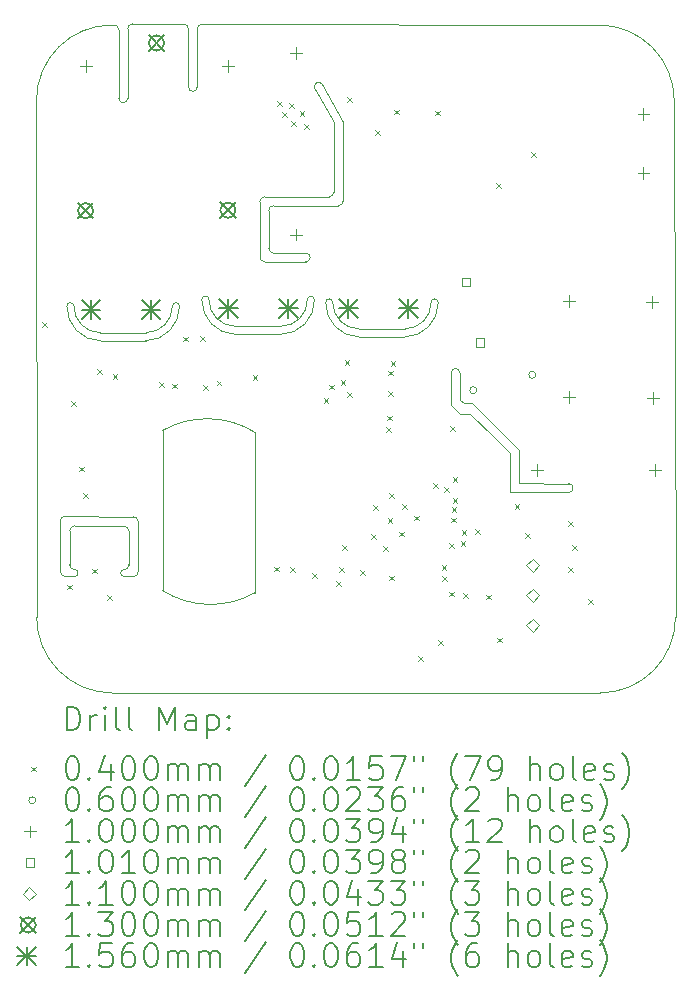
<source format=gbr>
%TF.GenerationSoftware,KiCad,Pcbnew,7.0.6*%
%TF.CreationDate,2023-07-20T17:02:35+02:00*%
%TF.ProjectId,smart_power_socket-54x54x1_6mm_3Cu,736d6172-745f-4706-9f77-65725f736f63,rev?*%
%TF.SameCoordinates,Original*%
%TF.FileFunction,Drillmap*%
%TF.FilePolarity,Positive*%
%FSLAX45Y45*%
G04 Gerber Fmt 4.5, Leading zero omitted, Abs format (unit mm)*
G04 Created by KiCad (PCBNEW 7.0.6) date 2023-07-20 17:02:35*
%MOMM*%
%LPD*%
G01*
G04 APERTURE LIST*
%ADD10C,0.100000*%
%ADD11C,0.200000*%
%ADD12C,0.040000*%
%ADD13C,0.060000*%
%ADD14C,0.101000*%
%ADD15C,0.110000*%
%ADD16C,0.130000*%
%ADD17C,0.156000*%
G04 APERTURE END LIST*
D10*
X11603410Y-11211177D02*
X11605297Y-11635411D01*
X11946740Y-9681963D02*
X12327897Y-9681963D01*
X11605301Y-11635411D02*
G75*
G03*
X11648346Y-11676411I41069J21D01*
G01*
X12264353Y-11210897D02*
G75*
G03*
X12221311Y-11169897I-41013J37D01*
G01*
X13294093Y-8971207D02*
X13294299Y-8504717D01*
X14988902Y-10180402D02*
X14988902Y-9954402D01*
X13089842Y-9627000D02*
X13471000Y-9627000D01*
X14137842Y-9650087D02*
X14519000Y-9650087D01*
X11942740Y-9612875D02*
X12331897Y-9612875D01*
X13824890Y-7511922D02*
G75*
G03*
X13760718Y-7548971I-32090J-18518D01*
G01*
X14805157Y-9357000D02*
G75*
G03*
X14744842Y-9357000I-30158J0D01*
G01*
X12185019Y-11291000D02*
G75*
G03*
X12141976Y-11250000I-41029J20D01*
G01*
X13335397Y-9012510D02*
X13683397Y-9012598D01*
X11720895Y-9388875D02*
G75*
G03*
X11942740Y-9612875I221845J-2145D01*
G01*
X11404996Y-12022993D02*
X11403149Y-7647700D01*
X13254738Y-10457576D02*
G75*
G03*
X12471648Y-10440732I-405738J-651424D01*
G01*
X14133842Y-9581000D02*
X14523000Y-9581000D01*
X13085842Y-9557913D02*
X13475000Y-9557913D01*
X15910000Y-10965108D02*
X15410000Y-10964000D01*
X12471648Y-10440732D02*
X12471648Y-11797720D01*
X11726370Y-11249396D02*
X12141976Y-11250000D01*
X11684317Y-11578445D02*
G75*
G03*
X11727370Y-11619444I41053J5D01*
G01*
X12806304Y-7001700D02*
G75*
G03*
X12765000Y-7043000I-4J-41300D01*
G01*
X15318500Y-10437598D02*
X15147500Y-10266000D01*
X12224027Y-11677431D02*
X12144027Y-11677476D01*
X15493000Y-10607000D02*
X15493000Y-10890000D01*
X15077098Y-10300402D02*
X15266098Y-10490000D01*
X13683397Y-9012591D02*
G75*
G03*
X13683397Y-8938490I-7J37051D01*
G01*
X13878191Y-8463604D02*
G75*
G03*
X13919494Y-8422304I-1J41304D01*
G01*
X11727370Y-11676875D02*
G75*
G03*
X11727370Y-11619444I0J28716D01*
G01*
X12614055Y-9388875D02*
G75*
G03*
X12553740Y-9388875I-30158J0D01*
G01*
X13912000Y-9357000D02*
G75*
G03*
X14133842Y-9581000I221850J-2140D01*
G01*
X15093500Y-10212000D02*
X15020500Y-10212000D01*
X13410603Y-8537510D02*
X13959191Y-8537608D01*
X12689892Y-7533696D02*
G75*
G03*
X12764000Y-7533696I37054J0D01*
G01*
X15411000Y-10628000D02*
X15410000Y-10964000D01*
X13410603Y-8939510D02*
X13683397Y-8938490D01*
X14000397Y-7825510D02*
X13824897Y-7511917D01*
X13757157Y-9333913D02*
G75*
G03*
X13696842Y-9333913I-30158J0D01*
G01*
X13335603Y-8463409D02*
G75*
G03*
X13294299Y-8504717I7J-41311D01*
G01*
X12864007Y-9333913D02*
G75*
G03*
X13085842Y-9557913I221843J-2147D01*
G01*
X13369299Y-8898207D02*
X13369299Y-8578814D01*
X13254738Y-11814563D02*
X13254738Y-10457576D01*
X12690300Y-7040304D02*
G75*
G03*
X12649000Y-6999000I-41300J4D01*
G01*
X14988902Y-9954402D02*
G75*
G03*
X14914794Y-9954402I-37054J0D01*
G01*
X12327897Y-9681961D02*
G75*
G03*
X12614055Y-9388875I-2367J288551D01*
G01*
X13851679Y-9357000D02*
G75*
G03*
X14137842Y-9650087I288531J-4530D01*
G01*
X13919494Y-8422304D02*
X13921397Y-7831510D01*
X16803161Y-7647696D02*
G75*
G03*
X16163149Y-7007689I-640001J7D01*
G01*
X13921397Y-7831510D02*
X13760717Y-7548971D01*
X12043156Y-7007693D02*
X12059794Y-7007693D01*
X12224027Y-11677437D02*
G75*
G03*
X12265027Y-11634383I13J41037D01*
G01*
X12649000Y-6999000D02*
X12216000Y-6999000D01*
X13912000Y-9357000D02*
G75*
G03*
X13851685Y-9357000I-30158J0D01*
G01*
X12765000Y-7043000D02*
X12764000Y-7533696D01*
X13475000Y-9557913D02*
G75*
G03*
X13696842Y-9333913I0J221853D01*
G01*
X16814007Y-12022993D02*
X16803156Y-7647696D01*
X13294090Y-8971207D02*
G75*
G03*
X13335397Y-9012510I41310J7D01*
G01*
X14523000Y-9581003D02*
G75*
G03*
X14744842Y-9357000I0J221853D01*
G01*
X12264975Y-11634383D02*
X12264359Y-11210897D01*
X12331897Y-9612870D02*
G75*
G03*
X12553740Y-9388875I3J221850D01*
G01*
X11720897Y-9388875D02*
G75*
G03*
X11660582Y-9388875I-30158J0D01*
G01*
X12216000Y-6998996D02*
G75*
G03*
X12174696Y-7040304I0J-41304D01*
G01*
X14000494Y-8496304D02*
X14000397Y-7825510D01*
X15077098Y-10300402D02*
X14989500Y-10300108D01*
X12043156Y-7007689D02*
G75*
G03*
X11403149Y-7647700I4J-640011D01*
G01*
X11648346Y-11676411D02*
X11727370Y-11676872D01*
X14914794Y-10225402D02*
X14989500Y-10300108D01*
X12806304Y-7001696D02*
X16163149Y-7007689D01*
X11684321Y-11578445D02*
X11685370Y-11292444D01*
X11726370Y-11249400D02*
G75*
G03*
X11685370Y-11292444I-20J-41030D01*
G01*
X12100588Y-7630000D02*
G75*
G03*
X12174696Y-7630000I37054J0D01*
G01*
X15147500Y-10266000D02*
X15093500Y-10212000D01*
X13471000Y-9627003D02*
G75*
G03*
X13757157Y-9333913I-2370J288553D01*
G01*
X14519000Y-9650094D02*
G75*
G03*
X14805157Y-9357000I-2370J288554D01*
G01*
X13369300Y-8898207D02*
G75*
G03*
X13410603Y-8939510I41310J7D01*
G01*
X13410603Y-8537509D02*
G75*
G03*
X13369299Y-8578814I-3J-41301D01*
G01*
X12144027Y-11620044D02*
G75*
G03*
X12144027Y-11677476I3J-28716D01*
G01*
X13878191Y-8463608D02*
X13335603Y-8463413D01*
X16174000Y-12663000D02*
X12045003Y-12663000D01*
X12864000Y-9333913D02*
G75*
G03*
X12803685Y-9333913I-30158J0D01*
G01*
X15020500Y-10212000D02*
X14988902Y-10180402D01*
X15910000Y-10965100D02*
G75*
G03*
X15910000Y-10891000I0J37050D01*
G01*
X12221311Y-11169897D02*
X11644410Y-11168129D01*
X11644410Y-11168131D02*
G75*
G03*
X11603410Y-11211177I-10J-41039D01*
G01*
X11660583Y-9388875D02*
G75*
G03*
X11946740Y-9681963I288527J-4535D01*
G01*
X15266098Y-10490000D02*
X15411000Y-10628000D01*
X12184976Y-11577000D02*
X12185024Y-11291000D01*
X14914794Y-9954402D02*
X14914794Y-10225402D01*
X12101097Y-7048997D02*
X12100588Y-7630000D01*
X12101097Y-7048997D02*
G75*
G03*
X12059794Y-7007693I-41307J-3D01*
G01*
X12690304Y-7040304D02*
X12689892Y-7533696D01*
X12471650Y-11797716D02*
G75*
G03*
X13254738Y-11814563I405740J651416D01*
G01*
X11405000Y-12022993D02*
G75*
G03*
X12045003Y-12663000I640020J13D01*
G01*
X13959191Y-8537604D02*
G75*
G03*
X14000494Y-8496304I-1J41304D01*
G01*
X16174000Y-12663000D02*
G75*
G03*
X16814007Y-12022993I3J640004D01*
G01*
X12803686Y-9333913D02*
G75*
G03*
X13089842Y-9627000I288524J-4537D01*
G01*
X12144027Y-11620046D02*
G75*
G03*
X12185027Y-11577000I3J41046D01*
G01*
X12174696Y-7040304D02*
X12174696Y-7630000D01*
X15318500Y-10437598D02*
X15493000Y-10607000D01*
X15493000Y-10890000D02*
X15910000Y-10891000D01*
D11*
D12*
X11452000Y-9525000D02*
X11492000Y-9565000D01*
X11492000Y-9525000D02*
X11452000Y-9565000D01*
X11664000Y-11746550D02*
X11704000Y-11786550D01*
X11704000Y-11746550D02*
X11664000Y-11786550D01*
X11696992Y-10194200D02*
X11736992Y-10234200D01*
X11736992Y-10194200D02*
X11696992Y-10234200D01*
X11763000Y-10748000D02*
X11803000Y-10788000D01*
X11803000Y-10748000D02*
X11763000Y-10788000D01*
X11801000Y-10969000D02*
X11841000Y-11009000D01*
X11841000Y-10969000D02*
X11801000Y-11009000D01*
X11873000Y-11610000D02*
X11913000Y-11650000D01*
X11913000Y-11610000D02*
X11873000Y-11650000D01*
X11920000Y-9920000D02*
X11960000Y-9960000D01*
X11960000Y-9920000D02*
X11920000Y-9960000D01*
X12004000Y-11835000D02*
X12044000Y-11875000D01*
X12044000Y-11835000D02*
X12004000Y-11875000D01*
X12049000Y-9962000D02*
X12089000Y-10002000D01*
X12089000Y-9962000D02*
X12049000Y-10002000D01*
X12443000Y-10031000D02*
X12483000Y-10071000D01*
X12483000Y-10031000D02*
X12443000Y-10071000D01*
X12555000Y-10045000D02*
X12595000Y-10085000D01*
X12595000Y-10045000D02*
X12555000Y-10085000D01*
X12648000Y-9646000D02*
X12688000Y-9686000D01*
X12688000Y-9646000D02*
X12648000Y-9686000D01*
X12790000Y-9645000D02*
X12830000Y-9685000D01*
X12830000Y-9645000D02*
X12790000Y-9685000D01*
X12813000Y-10054550D02*
X12853000Y-10094550D01*
X12853000Y-10054550D02*
X12813000Y-10094550D01*
X12928000Y-10019550D02*
X12968000Y-10059550D01*
X12968000Y-10019550D02*
X12928000Y-10059550D01*
X13233000Y-9972000D02*
X13273000Y-10012000D01*
X13273000Y-9972000D02*
X13233000Y-10012000D01*
X13415000Y-11595000D02*
X13455000Y-11635000D01*
X13455000Y-11595000D02*
X13415000Y-11635000D01*
X13444000Y-7654000D02*
X13484000Y-7694000D01*
X13484000Y-7654000D02*
X13444000Y-7694000D01*
X13482000Y-7744000D02*
X13522000Y-7784000D01*
X13522000Y-7744000D02*
X13482000Y-7784000D01*
X13540000Y-7667000D02*
X13580000Y-7707000D01*
X13580000Y-7667000D02*
X13540000Y-7707000D01*
X13553508Y-11597050D02*
X13593508Y-11637050D01*
X13593508Y-11597050D02*
X13553508Y-11637050D01*
X13557000Y-7825000D02*
X13597000Y-7865000D01*
X13597000Y-7825000D02*
X13557000Y-7865000D01*
X13632000Y-7739000D02*
X13672000Y-7779000D01*
X13672000Y-7739000D02*
X13632000Y-7779000D01*
X13669000Y-7848000D02*
X13709000Y-7888000D01*
X13709000Y-7848000D02*
X13669000Y-7888000D01*
X13740000Y-11652050D02*
X13780000Y-11692050D01*
X13780000Y-11652050D02*
X13740000Y-11692050D01*
X13834000Y-10170000D02*
X13874000Y-10210000D01*
X13874000Y-10170000D02*
X13834000Y-10210000D01*
X13879000Y-10053000D02*
X13919000Y-10093000D01*
X13919000Y-10053000D02*
X13879000Y-10093000D01*
X13943000Y-11718000D02*
X13983000Y-11758000D01*
X13983000Y-11718000D02*
X13943000Y-11758000D01*
X13966500Y-11598500D02*
X14006500Y-11638500D01*
X14006500Y-11598500D02*
X13966500Y-11638500D01*
X13979400Y-10012000D02*
X14019400Y-10052000D01*
X14019400Y-10012000D02*
X13979400Y-10052000D01*
X13991400Y-11414942D02*
X14031400Y-11454942D01*
X14031400Y-11414942D02*
X13991400Y-11454942D01*
X14013000Y-9844000D02*
X14053000Y-9884000D01*
X14053000Y-9844000D02*
X14013000Y-9884000D01*
X14034992Y-7621200D02*
X14074992Y-7661200D01*
X14074992Y-7621200D02*
X14034992Y-7661200D01*
X14036000Y-10117000D02*
X14076000Y-10157000D01*
X14076000Y-10117000D02*
X14036000Y-10157000D01*
X14143828Y-11626562D02*
X14183828Y-11666562D01*
X14183828Y-11626562D02*
X14143828Y-11666562D01*
X14240008Y-11317550D02*
X14280008Y-11357550D01*
X14280008Y-11317550D02*
X14240008Y-11357550D01*
X14256023Y-11070545D02*
X14296023Y-11110545D01*
X14296023Y-11070545D02*
X14256023Y-11110545D01*
X14272492Y-7900200D02*
X14312492Y-7940200D01*
X14312492Y-7900200D02*
X14272492Y-7940200D01*
X14341023Y-11422545D02*
X14381023Y-11462545D01*
X14381023Y-11422545D02*
X14341023Y-11462545D01*
X14367000Y-10415000D02*
X14407000Y-10455000D01*
X14407000Y-10415000D02*
X14367000Y-10455000D01*
X14370000Y-10316000D02*
X14410000Y-10356000D01*
X14410000Y-10316000D02*
X14370000Y-10356000D01*
X14376400Y-11185942D02*
X14416400Y-11225942D01*
X14416400Y-11185942D02*
X14376400Y-11225942D01*
X14380000Y-10110000D02*
X14420000Y-10150000D01*
X14420000Y-10110000D02*
X14380000Y-10150000D01*
X14383000Y-9934000D02*
X14423000Y-9974000D01*
X14423000Y-9934000D02*
X14383000Y-9974000D01*
X14389008Y-11670550D02*
X14429008Y-11710550D01*
X14429008Y-11670550D02*
X14389008Y-11710550D01*
X14392023Y-10974545D02*
X14432023Y-11014545D01*
X14432023Y-10974545D02*
X14392023Y-11014545D01*
X14402067Y-9856357D02*
X14442067Y-9896357D01*
X14442067Y-9856357D02*
X14402067Y-9896357D01*
X14434492Y-7725200D02*
X14474492Y-7765200D01*
X14474492Y-7725200D02*
X14434492Y-7765200D01*
X14476023Y-11298545D02*
X14516023Y-11338545D01*
X14516023Y-11298545D02*
X14476023Y-11338545D01*
X14498023Y-11064545D02*
X14538023Y-11104545D01*
X14538023Y-11064545D02*
X14498023Y-11104545D01*
X14603023Y-11162545D02*
X14643023Y-11202545D01*
X14643023Y-11162545D02*
X14603023Y-11202545D01*
X14635000Y-12350000D02*
X14675000Y-12390000D01*
X14675000Y-12350000D02*
X14635000Y-12390000D01*
X14764555Y-10888781D02*
X14804555Y-10928781D01*
X14804555Y-10888781D02*
X14764555Y-10928781D01*
X14780992Y-7732200D02*
X14820992Y-7772200D01*
X14820992Y-7732200D02*
X14780992Y-7772200D01*
X14807000Y-12216000D02*
X14847000Y-12256000D01*
X14847000Y-12216000D02*
X14807000Y-12256000D01*
X14834000Y-11580000D02*
X14874000Y-11620000D01*
X14874000Y-11580000D02*
X14834000Y-11620000D01*
X14840000Y-11675000D02*
X14880000Y-11715000D01*
X14880000Y-11675000D02*
X14840000Y-11715000D01*
X14854000Y-10918000D02*
X14894000Y-10958000D01*
X14894000Y-10918000D02*
X14854000Y-10958000D01*
X14897508Y-11395050D02*
X14937508Y-11435050D01*
X14937508Y-11395050D02*
X14897508Y-11435050D01*
X14899000Y-11805000D02*
X14939000Y-11845000D01*
X14939000Y-11805000D02*
X14899000Y-11845000D01*
X14904500Y-10406500D02*
X14944500Y-10446500D01*
X14944500Y-10406500D02*
X14904500Y-10446500D01*
X14912508Y-11178050D02*
X14952508Y-11218050D01*
X14952508Y-11178050D02*
X14912508Y-11218050D01*
X14919508Y-11092319D02*
X14959508Y-11132319D01*
X14959508Y-11092319D02*
X14919508Y-11132319D01*
X14927000Y-10835000D02*
X14967000Y-10875000D01*
X14967000Y-10835000D02*
X14927000Y-10875000D01*
X14927227Y-11012577D02*
X14967227Y-11052577D01*
X14967227Y-11012577D02*
X14927227Y-11052577D01*
X14995000Y-11381000D02*
X15035000Y-11421000D01*
X15035000Y-11381000D02*
X14995000Y-11421000D01*
X15004000Y-11284000D02*
X15044000Y-11324000D01*
X15044000Y-11284000D02*
X15004000Y-11324000D01*
X15015000Y-11818000D02*
X15055000Y-11858000D01*
X15055000Y-11818000D02*
X15015000Y-11858000D01*
X15117000Y-11278000D02*
X15157000Y-11318000D01*
X15157000Y-11278000D02*
X15117000Y-11318000D01*
X15211023Y-11830545D02*
X15251023Y-11870545D01*
X15251023Y-11830545D02*
X15211023Y-11870545D01*
X15297992Y-8344200D02*
X15337992Y-8384200D01*
X15337992Y-8344200D02*
X15297992Y-8384200D01*
X15305000Y-12195000D02*
X15345000Y-12235000D01*
X15345000Y-12195000D02*
X15305000Y-12235000D01*
X15453000Y-11065000D02*
X15493000Y-11105000D01*
X15493000Y-11065000D02*
X15453000Y-11105000D01*
X15539742Y-11309258D02*
X15579742Y-11349258D01*
X15579742Y-11309258D02*
X15539742Y-11349258D01*
X15592000Y-8082000D02*
X15632000Y-8122000D01*
X15632000Y-8082000D02*
X15592000Y-8122000D01*
X15903000Y-11206000D02*
X15943000Y-11246000D01*
X15943000Y-11206000D02*
X15903000Y-11246000D01*
X15907000Y-11596000D02*
X15947000Y-11636000D01*
X15947000Y-11596000D02*
X15907000Y-11636000D01*
X15938000Y-11410000D02*
X15978000Y-11450000D01*
X15978000Y-11410000D02*
X15938000Y-11450000D01*
X16077000Y-11872000D02*
X16117000Y-11912000D01*
X16117000Y-11872000D02*
X16077000Y-11912000D01*
D13*
X15131992Y-10100200D02*
G75*
G03*
X15131992Y-10100200I-30000J0D01*
G01*
X15631992Y-9970200D02*
G75*
G03*
X15631992Y-9970200I-30000J0D01*
G01*
D10*
X11824492Y-7305700D02*
X11824492Y-7405700D01*
X11774492Y-7355700D02*
X11874492Y-7355700D01*
X13024492Y-7305700D02*
X13024492Y-7405700D01*
X12974492Y-7355700D02*
X13074492Y-7355700D01*
X13602242Y-7192200D02*
X13602242Y-7292200D01*
X13552242Y-7242200D02*
X13652242Y-7242200D01*
X13602242Y-8732200D02*
X13602242Y-8832200D01*
X13552242Y-8782200D02*
X13652242Y-8782200D01*
X15639000Y-10724000D02*
X15639000Y-10824000D01*
X15589000Y-10774000D02*
X15689000Y-10774000D01*
X15908805Y-9294525D02*
X15908805Y-9394525D01*
X15858805Y-9344525D02*
X15958805Y-9344525D01*
X15913805Y-10107825D02*
X15913805Y-10207825D01*
X15863805Y-10157825D02*
X15963805Y-10157825D01*
X16542242Y-7712200D02*
X16542242Y-7812200D01*
X16492242Y-7762200D02*
X16592242Y-7762200D01*
X16542242Y-8212200D02*
X16542242Y-8312200D01*
X16492242Y-8262200D02*
X16592242Y-8262200D01*
X16613555Y-9302275D02*
X16613555Y-9402275D01*
X16563555Y-9352275D02*
X16663555Y-9352275D01*
X16620555Y-10115075D02*
X16620555Y-10215075D01*
X16570555Y-10165075D02*
X16670555Y-10165075D01*
X16639000Y-10724000D02*
X16639000Y-10824000D01*
X16589000Y-10774000D02*
X16689000Y-10774000D01*
D14*
X15073702Y-9220909D02*
X15073702Y-9149491D01*
X15002283Y-9149491D01*
X15002283Y-9220909D01*
X15073702Y-9220909D01*
X15193702Y-9730909D02*
X15193702Y-9659491D01*
X15122283Y-9659491D01*
X15122283Y-9730909D01*
X15193702Y-9730909D01*
D15*
X15604000Y-11636000D02*
X15659000Y-11581000D01*
X15604000Y-11526000D01*
X15549000Y-11581000D01*
X15604000Y-11636000D01*
X15604000Y-11890000D02*
X15659000Y-11835000D01*
X15604000Y-11780000D01*
X15549000Y-11835000D01*
X15604000Y-11890000D01*
X15604000Y-12144000D02*
X15659000Y-12089000D01*
X15604000Y-12034000D01*
X15549000Y-12089000D01*
X15604000Y-12144000D01*
D16*
X11754492Y-8515700D02*
X11884492Y-8645700D01*
X11884492Y-8515700D02*
X11754492Y-8645700D01*
X11884492Y-8580700D02*
G75*
G03*
X11884492Y-8580700I-65000J0D01*
G01*
X12354492Y-7095700D02*
X12484492Y-7225700D01*
X12484492Y-7095700D02*
X12354492Y-7225700D01*
X12484492Y-7160700D02*
G75*
G03*
X12484492Y-7160700I-65000J0D01*
G01*
X12959492Y-8510700D02*
X13089492Y-8640700D01*
X13089492Y-8510700D02*
X12959492Y-8640700D01*
X13089492Y-8575700D02*
G75*
G03*
X13089492Y-8575700I-65000J0D01*
G01*
D17*
X11787000Y-9340000D02*
X11943000Y-9496000D01*
X11943000Y-9340000D02*
X11787000Y-9496000D01*
X11865000Y-9340000D02*
X11865000Y-9496000D01*
X11787000Y-9418000D02*
X11943000Y-9418000D01*
X12295000Y-9340000D02*
X12451000Y-9496000D01*
X12451000Y-9340000D02*
X12295000Y-9496000D01*
X12373000Y-9340000D02*
X12373000Y-9496000D01*
X12295000Y-9418000D02*
X12451000Y-9418000D01*
X12951000Y-9330000D02*
X13107000Y-9486000D01*
X13107000Y-9330000D02*
X12951000Y-9486000D01*
X13029000Y-9330000D02*
X13029000Y-9486000D01*
X12951000Y-9408000D02*
X13107000Y-9408000D01*
X13459000Y-9330000D02*
X13615000Y-9486000D01*
X13615000Y-9330000D02*
X13459000Y-9486000D01*
X13537000Y-9330000D02*
X13537000Y-9486000D01*
X13459000Y-9408000D02*
X13615000Y-9408000D01*
X13967000Y-9330000D02*
X14123000Y-9486000D01*
X14123000Y-9330000D02*
X13967000Y-9486000D01*
X14045000Y-9330000D02*
X14045000Y-9486000D01*
X13967000Y-9408000D02*
X14123000Y-9408000D01*
X14475000Y-9330000D02*
X14631000Y-9486000D01*
X14631000Y-9330000D02*
X14475000Y-9486000D01*
X14553000Y-9330000D02*
X14553000Y-9486000D01*
X14475000Y-9408000D02*
X14631000Y-9408000D01*
D11*
X11658925Y-12979484D02*
X11658925Y-12779484D01*
X11658925Y-12779484D02*
X11706544Y-12779484D01*
X11706544Y-12779484D02*
X11735116Y-12789008D01*
X11735116Y-12789008D02*
X11754163Y-12808055D01*
X11754163Y-12808055D02*
X11763687Y-12827103D01*
X11763687Y-12827103D02*
X11773211Y-12865198D01*
X11773211Y-12865198D02*
X11773211Y-12893769D01*
X11773211Y-12893769D02*
X11763687Y-12931865D01*
X11763687Y-12931865D02*
X11754163Y-12950912D01*
X11754163Y-12950912D02*
X11735116Y-12969960D01*
X11735116Y-12969960D02*
X11706544Y-12979484D01*
X11706544Y-12979484D02*
X11658925Y-12979484D01*
X11858925Y-12979484D02*
X11858925Y-12846150D01*
X11858925Y-12884246D02*
X11868449Y-12865198D01*
X11868449Y-12865198D02*
X11877973Y-12855674D01*
X11877973Y-12855674D02*
X11897021Y-12846150D01*
X11897021Y-12846150D02*
X11916068Y-12846150D01*
X11982735Y-12979484D02*
X11982735Y-12846150D01*
X11982735Y-12779484D02*
X11973211Y-12789008D01*
X11973211Y-12789008D02*
X11982735Y-12798531D01*
X11982735Y-12798531D02*
X11992259Y-12789008D01*
X11992259Y-12789008D02*
X11982735Y-12779484D01*
X11982735Y-12779484D02*
X11982735Y-12798531D01*
X12106544Y-12979484D02*
X12087497Y-12969960D01*
X12087497Y-12969960D02*
X12077973Y-12950912D01*
X12077973Y-12950912D02*
X12077973Y-12779484D01*
X12211306Y-12979484D02*
X12192259Y-12969960D01*
X12192259Y-12969960D02*
X12182735Y-12950912D01*
X12182735Y-12950912D02*
X12182735Y-12779484D01*
X12439878Y-12979484D02*
X12439878Y-12779484D01*
X12439878Y-12779484D02*
X12506544Y-12922341D01*
X12506544Y-12922341D02*
X12573211Y-12779484D01*
X12573211Y-12779484D02*
X12573211Y-12979484D01*
X12754163Y-12979484D02*
X12754163Y-12874722D01*
X12754163Y-12874722D02*
X12744640Y-12855674D01*
X12744640Y-12855674D02*
X12725592Y-12846150D01*
X12725592Y-12846150D02*
X12687497Y-12846150D01*
X12687497Y-12846150D02*
X12668449Y-12855674D01*
X12754163Y-12969960D02*
X12735116Y-12979484D01*
X12735116Y-12979484D02*
X12687497Y-12979484D01*
X12687497Y-12979484D02*
X12668449Y-12969960D01*
X12668449Y-12969960D02*
X12658925Y-12950912D01*
X12658925Y-12950912D02*
X12658925Y-12931865D01*
X12658925Y-12931865D02*
X12668449Y-12912817D01*
X12668449Y-12912817D02*
X12687497Y-12903293D01*
X12687497Y-12903293D02*
X12735116Y-12903293D01*
X12735116Y-12903293D02*
X12754163Y-12893769D01*
X12849402Y-12846150D02*
X12849402Y-13046150D01*
X12849402Y-12855674D02*
X12868449Y-12846150D01*
X12868449Y-12846150D02*
X12906544Y-12846150D01*
X12906544Y-12846150D02*
X12925592Y-12855674D01*
X12925592Y-12855674D02*
X12935116Y-12865198D01*
X12935116Y-12865198D02*
X12944640Y-12884246D01*
X12944640Y-12884246D02*
X12944640Y-12941388D01*
X12944640Y-12941388D02*
X12935116Y-12960436D01*
X12935116Y-12960436D02*
X12925592Y-12969960D01*
X12925592Y-12969960D02*
X12906544Y-12979484D01*
X12906544Y-12979484D02*
X12868449Y-12979484D01*
X12868449Y-12979484D02*
X12849402Y-12969960D01*
X13030354Y-12960436D02*
X13039878Y-12969960D01*
X13039878Y-12969960D02*
X13030354Y-12979484D01*
X13030354Y-12979484D02*
X13020830Y-12969960D01*
X13020830Y-12969960D02*
X13030354Y-12960436D01*
X13030354Y-12960436D02*
X13030354Y-12979484D01*
X13030354Y-12855674D02*
X13039878Y-12865198D01*
X13039878Y-12865198D02*
X13030354Y-12874722D01*
X13030354Y-12874722D02*
X13020830Y-12865198D01*
X13020830Y-12865198D02*
X13030354Y-12855674D01*
X13030354Y-12855674D02*
X13030354Y-12874722D01*
D12*
X11358149Y-13288000D02*
X11398149Y-13328000D01*
X11398149Y-13288000D02*
X11358149Y-13328000D01*
D11*
X11697021Y-13199484D02*
X11716068Y-13199484D01*
X11716068Y-13199484D02*
X11735116Y-13209008D01*
X11735116Y-13209008D02*
X11744640Y-13218531D01*
X11744640Y-13218531D02*
X11754163Y-13237579D01*
X11754163Y-13237579D02*
X11763687Y-13275674D01*
X11763687Y-13275674D02*
X11763687Y-13323293D01*
X11763687Y-13323293D02*
X11754163Y-13361388D01*
X11754163Y-13361388D02*
X11744640Y-13380436D01*
X11744640Y-13380436D02*
X11735116Y-13389960D01*
X11735116Y-13389960D02*
X11716068Y-13399484D01*
X11716068Y-13399484D02*
X11697021Y-13399484D01*
X11697021Y-13399484D02*
X11677973Y-13389960D01*
X11677973Y-13389960D02*
X11668449Y-13380436D01*
X11668449Y-13380436D02*
X11658925Y-13361388D01*
X11658925Y-13361388D02*
X11649402Y-13323293D01*
X11649402Y-13323293D02*
X11649402Y-13275674D01*
X11649402Y-13275674D02*
X11658925Y-13237579D01*
X11658925Y-13237579D02*
X11668449Y-13218531D01*
X11668449Y-13218531D02*
X11677973Y-13209008D01*
X11677973Y-13209008D02*
X11697021Y-13199484D01*
X11849402Y-13380436D02*
X11858925Y-13389960D01*
X11858925Y-13389960D02*
X11849402Y-13399484D01*
X11849402Y-13399484D02*
X11839878Y-13389960D01*
X11839878Y-13389960D02*
X11849402Y-13380436D01*
X11849402Y-13380436D02*
X11849402Y-13399484D01*
X12030354Y-13266150D02*
X12030354Y-13399484D01*
X11982735Y-13189960D02*
X11935116Y-13332817D01*
X11935116Y-13332817D02*
X12058925Y-13332817D01*
X12173211Y-13199484D02*
X12192259Y-13199484D01*
X12192259Y-13199484D02*
X12211306Y-13209008D01*
X12211306Y-13209008D02*
X12220830Y-13218531D01*
X12220830Y-13218531D02*
X12230354Y-13237579D01*
X12230354Y-13237579D02*
X12239878Y-13275674D01*
X12239878Y-13275674D02*
X12239878Y-13323293D01*
X12239878Y-13323293D02*
X12230354Y-13361388D01*
X12230354Y-13361388D02*
X12220830Y-13380436D01*
X12220830Y-13380436D02*
X12211306Y-13389960D01*
X12211306Y-13389960D02*
X12192259Y-13399484D01*
X12192259Y-13399484D02*
X12173211Y-13399484D01*
X12173211Y-13399484D02*
X12154163Y-13389960D01*
X12154163Y-13389960D02*
X12144640Y-13380436D01*
X12144640Y-13380436D02*
X12135116Y-13361388D01*
X12135116Y-13361388D02*
X12125592Y-13323293D01*
X12125592Y-13323293D02*
X12125592Y-13275674D01*
X12125592Y-13275674D02*
X12135116Y-13237579D01*
X12135116Y-13237579D02*
X12144640Y-13218531D01*
X12144640Y-13218531D02*
X12154163Y-13209008D01*
X12154163Y-13209008D02*
X12173211Y-13199484D01*
X12363687Y-13199484D02*
X12382735Y-13199484D01*
X12382735Y-13199484D02*
X12401783Y-13209008D01*
X12401783Y-13209008D02*
X12411306Y-13218531D01*
X12411306Y-13218531D02*
X12420830Y-13237579D01*
X12420830Y-13237579D02*
X12430354Y-13275674D01*
X12430354Y-13275674D02*
X12430354Y-13323293D01*
X12430354Y-13323293D02*
X12420830Y-13361388D01*
X12420830Y-13361388D02*
X12411306Y-13380436D01*
X12411306Y-13380436D02*
X12401783Y-13389960D01*
X12401783Y-13389960D02*
X12382735Y-13399484D01*
X12382735Y-13399484D02*
X12363687Y-13399484D01*
X12363687Y-13399484D02*
X12344640Y-13389960D01*
X12344640Y-13389960D02*
X12335116Y-13380436D01*
X12335116Y-13380436D02*
X12325592Y-13361388D01*
X12325592Y-13361388D02*
X12316068Y-13323293D01*
X12316068Y-13323293D02*
X12316068Y-13275674D01*
X12316068Y-13275674D02*
X12325592Y-13237579D01*
X12325592Y-13237579D02*
X12335116Y-13218531D01*
X12335116Y-13218531D02*
X12344640Y-13209008D01*
X12344640Y-13209008D02*
X12363687Y-13199484D01*
X12516068Y-13399484D02*
X12516068Y-13266150D01*
X12516068Y-13285198D02*
X12525592Y-13275674D01*
X12525592Y-13275674D02*
X12544640Y-13266150D01*
X12544640Y-13266150D02*
X12573211Y-13266150D01*
X12573211Y-13266150D02*
X12592259Y-13275674D01*
X12592259Y-13275674D02*
X12601783Y-13294722D01*
X12601783Y-13294722D02*
X12601783Y-13399484D01*
X12601783Y-13294722D02*
X12611306Y-13275674D01*
X12611306Y-13275674D02*
X12630354Y-13266150D01*
X12630354Y-13266150D02*
X12658925Y-13266150D01*
X12658925Y-13266150D02*
X12677973Y-13275674D01*
X12677973Y-13275674D02*
X12687497Y-13294722D01*
X12687497Y-13294722D02*
X12687497Y-13399484D01*
X12782735Y-13399484D02*
X12782735Y-13266150D01*
X12782735Y-13285198D02*
X12792259Y-13275674D01*
X12792259Y-13275674D02*
X12811306Y-13266150D01*
X12811306Y-13266150D02*
X12839878Y-13266150D01*
X12839878Y-13266150D02*
X12858925Y-13275674D01*
X12858925Y-13275674D02*
X12868449Y-13294722D01*
X12868449Y-13294722D02*
X12868449Y-13399484D01*
X12868449Y-13294722D02*
X12877973Y-13275674D01*
X12877973Y-13275674D02*
X12897021Y-13266150D01*
X12897021Y-13266150D02*
X12925592Y-13266150D01*
X12925592Y-13266150D02*
X12944640Y-13275674D01*
X12944640Y-13275674D02*
X12954164Y-13294722D01*
X12954164Y-13294722D02*
X12954164Y-13399484D01*
X13344640Y-13189960D02*
X13173211Y-13447103D01*
X13601783Y-13199484D02*
X13620830Y-13199484D01*
X13620830Y-13199484D02*
X13639878Y-13209008D01*
X13639878Y-13209008D02*
X13649402Y-13218531D01*
X13649402Y-13218531D02*
X13658926Y-13237579D01*
X13658926Y-13237579D02*
X13668449Y-13275674D01*
X13668449Y-13275674D02*
X13668449Y-13323293D01*
X13668449Y-13323293D02*
X13658926Y-13361388D01*
X13658926Y-13361388D02*
X13649402Y-13380436D01*
X13649402Y-13380436D02*
X13639878Y-13389960D01*
X13639878Y-13389960D02*
X13620830Y-13399484D01*
X13620830Y-13399484D02*
X13601783Y-13399484D01*
X13601783Y-13399484D02*
X13582735Y-13389960D01*
X13582735Y-13389960D02*
X13573211Y-13380436D01*
X13573211Y-13380436D02*
X13563687Y-13361388D01*
X13563687Y-13361388D02*
X13554164Y-13323293D01*
X13554164Y-13323293D02*
X13554164Y-13275674D01*
X13554164Y-13275674D02*
X13563687Y-13237579D01*
X13563687Y-13237579D02*
X13573211Y-13218531D01*
X13573211Y-13218531D02*
X13582735Y-13209008D01*
X13582735Y-13209008D02*
X13601783Y-13199484D01*
X13754164Y-13380436D02*
X13763687Y-13389960D01*
X13763687Y-13389960D02*
X13754164Y-13399484D01*
X13754164Y-13399484D02*
X13744640Y-13389960D01*
X13744640Y-13389960D02*
X13754164Y-13380436D01*
X13754164Y-13380436D02*
X13754164Y-13399484D01*
X13887497Y-13199484D02*
X13906545Y-13199484D01*
X13906545Y-13199484D02*
X13925592Y-13209008D01*
X13925592Y-13209008D02*
X13935116Y-13218531D01*
X13935116Y-13218531D02*
X13944640Y-13237579D01*
X13944640Y-13237579D02*
X13954164Y-13275674D01*
X13954164Y-13275674D02*
X13954164Y-13323293D01*
X13954164Y-13323293D02*
X13944640Y-13361388D01*
X13944640Y-13361388D02*
X13935116Y-13380436D01*
X13935116Y-13380436D02*
X13925592Y-13389960D01*
X13925592Y-13389960D02*
X13906545Y-13399484D01*
X13906545Y-13399484D02*
X13887497Y-13399484D01*
X13887497Y-13399484D02*
X13868449Y-13389960D01*
X13868449Y-13389960D02*
X13858926Y-13380436D01*
X13858926Y-13380436D02*
X13849402Y-13361388D01*
X13849402Y-13361388D02*
X13839878Y-13323293D01*
X13839878Y-13323293D02*
X13839878Y-13275674D01*
X13839878Y-13275674D02*
X13849402Y-13237579D01*
X13849402Y-13237579D02*
X13858926Y-13218531D01*
X13858926Y-13218531D02*
X13868449Y-13209008D01*
X13868449Y-13209008D02*
X13887497Y-13199484D01*
X14144640Y-13399484D02*
X14030354Y-13399484D01*
X14087497Y-13399484D02*
X14087497Y-13199484D01*
X14087497Y-13199484D02*
X14068449Y-13228055D01*
X14068449Y-13228055D02*
X14049402Y-13247103D01*
X14049402Y-13247103D02*
X14030354Y-13256627D01*
X14325592Y-13199484D02*
X14230354Y-13199484D01*
X14230354Y-13199484D02*
X14220830Y-13294722D01*
X14220830Y-13294722D02*
X14230354Y-13285198D01*
X14230354Y-13285198D02*
X14249402Y-13275674D01*
X14249402Y-13275674D02*
X14297021Y-13275674D01*
X14297021Y-13275674D02*
X14316068Y-13285198D01*
X14316068Y-13285198D02*
X14325592Y-13294722D01*
X14325592Y-13294722D02*
X14335116Y-13313769D01*
X14335116Y-13313769D02*
X14335116Y-13361388D01*
X14335116Y-13361388D02*
X14325592Y-13380436D01*
X14325592Y-13380436D02*
X14316068Y-13389960D01*
X14316068Y-13389960D02*
X14297021Y-13399484D01*
X14297021Y-13399484D02*
X14249402Y-13399484D01*
X14249402Y-13399484D02*
X14230354Y-13389960D01*
X14230354Y-13389960D02*
X14220830Y-13380436D01*
X14401783Y-13199484D02*
X14535116Y-13199484D01*
X14535116Y-13199484D02*
X14449402Y-13399484D01*
X14601783Y-13199484D02*
X14601783Y-13237579D01*
X14677973Y-13199484D02*
X14677973Y-13237579D01*
X14973211Y-13475674D02*
X14963688Y-13466150D01*
X14963688Y-13466150D02*
X14944640Y-13437579D01*
X14944640Y-13437579D02*
X14935116Y-13418531D01*
X14935116Y-13418531D02*
X14925592Y-13389960D01*
X14925592Y-13389960D02*
X14916069Y-13342341D01*
X14916069Y-13342341D02*
X14916069Y-13304246D01*
X14916069Y-13304246D02*
X14925592Y-13256627D01*
X14925592Y-13256627D02*
X14935116Y-13228055D01*
X14935116Y-13228055D02*
X14944640Y-13209008D01*
X14944640Y-13209008D02*
X14963688Y-13180436D01*
X14963688Y-13180436D02*
X14973211Y-13170912D01*
X15030354Y-13199484D02*
X15163688Y-13199484D01*
X15163688Y-13199484D02*
X15077973Y-13399484D01*
X15249402Y-13399484D02*
X15287497Y-13399484D01*
X15287497Y-13399484D02*
X15306545Y-13389960D01*
X15306545Y-13389960D02*
X15316069Y-13380436D01*
X15316069Y-13380436D02*
X15335116Y-13351865D01*
X15335116Y-13351865D02*
X15344640Y-13313769D01*
X15344640Y-13313769D02*
X15344640Y-13237579D01*
X15344640Y-13237579D02*
X15335116Y-13218531D01*
X15335116Y-13218531D02*
X15325592Y-13209008D01*
X15325592Y-13209008D02*
X15306545Y-13199484D01*
X15306545Y-13199484D02*
X15268449Y-13199484D01*
X15268449Y-13199484D02*
X15249402Y-13209008D01*
X15249402Y-13209008D02*
X15239878Y-13218531D01*
X15239878Y-13218531D02*
X15230354Y-13237579D01*
X15230354Y-13237579D02*
X15230354Y-13285198D01*
X15230354Y-13285198D02*
X15239878Y-13304246D01*
X15239878Y-13304246D02*
X15249402Y-13313769D01*
X15249402Y-13313769D02*
X15268449Y-13323293D01*
X15268449Y-13323293D02*
X15306545Y-13323293D01*
X15306545Y-13323293D02*
X15325592Y-13313769D01*
X15325592Y-13313769D02*
X15335116Y-13304246D01*
X15335116Y-13304246D02*
X15344640Y-13285198D01*
X15582735Y-13399484D02*
X15582735Y-13199484D01*
X15668450Y-13399484D02*
X15668450Y-13294722D01*
X15668450Y-13294722D02*
X15658926Y-13275674D01*
X15658926Y-13275674D02*
X15639878Y-13266150D01*
X15639878Y-13266150D02*
X15611307Y-13266150D01*
X15611307Y-13266150D02*
X15592259Y-13275674D01*
X15592259Y-13275674D02*
X15582735Y-13285198D01*
X15792259Y-13399484D02*
X15773211Y-13389960D01*
X15773211Y-13389960D02*
X15763688Y-13380436D01*
X15763688Y-13380436D02*
X15754164Y-13361388D01*
X15754164Y-13361388D02*
X15754164Y-13304246D01*
X15754164Y-13304246D02*
X15763688Y-13285198D01*
X15763688Y-13285198D02*
X15773211Y-13275674D01*
X15773211Y-13275674D02*
X15792259Y-13266150D01*
X15792259Y-13266150D02*
X15820831Y-13266150D01*
X15820831Y-13266150D02*
X15839878Y-13275674D01*
X15839878Y-13275674D02*
X15849402Y-13285198D01*
X15849402Y-13285198D02*
X15858926Y-13304246D01*
X15858926Y-13304246D02*
X15858926Y-13361388D01*
X15858926Y-13361388D02*
X15849402Y-13380436D01*
X15849402Y-13380436D02*
X15839878Y-13389960D01*
X15839878Y-13389960D02*
X15820831Y-13399484D01*
X15820831Y-13399484D02*
X15792259Y-13399484D01*
X15973211Y-13399484D02*
X15954164Y-13389960D01*
X15954164Y-13389960D02*
X15944640Y-13370912D01*
X15944640Y-13370912D02*
X15944640Y-13199484D01*
X16125592Y-13389960D02*
X16106545Y-13399484D01*
X16106545Y-13399484D02*
X16068450Y-13399484D01*
X16068450Y-13399484D02*
X16049402Y-13389960D01*
X16049402Y-13389960D02*
X16039878Y-13370912D01*
X16039878Y-13370912D02*
X16039878Y-13294722D01*
X16039878Y-13294722D02*
X16049402Y-13275674D01*
X16049402Y-13275674D02*
X16068450Y-13266150D01*
X16068450Y-13266150D02*
X16106545Y-13266150D01*
X16106545Y-13266150D02*
X16125592Y-13275674D01*
X16125592Y-13275674D02*
X16135116Y-13294722D01*
X16135116Y-13294722D02*
X16135116Y-13313769D01*
X16135116Y-13313769D02*
X16039878Y-13332817D01*
X16211307Y-13389960D02*
X16230354Y-13399484D01*
X16230354Y-13399484D02*
X16268450Y-13399484D01*
X16268450Y-13399484D02*
X16287497Y-13389960D01*
X16287497Y-13389960D02*
X16297021Y-13370912D01*
X16297021Y-13370912D02*
X16297021Y-13361388D01*
X16297021Y-13361388D02*
X16287497Y-13342341D01*
X16287497Y-13342341D02*
X16268450Y-13332817D01*
X16268450Y-13332817D02*
X16239878Y-13332817D01*
X16239878Y-13332817D02*
X16220831Y-13323293D01*
X16220831Y-13323293D02*
X16211307Y-13304246D01*
X16211307Y-13304246D02*
X16211307Y-13294722D01*
X16211307Y-13294722D02*
X16220831Y-13275674D01*
X16220831Y-13275674D02*
X16239878Y-13266150D01*
X16239878Y-13266150D02*
X16268450Y-13266150D01*
X16268450Y-13266150D02*
X16287497Y-13275674D01*
X16363688Y-13475674D02*
X16373212Y-13466150D01*
X16373212Y-13466150D02*
X16392259Y-13437579D01*
X16392259Y-13437579D02*
X16401783Y-13418531D01*
X16401783Y-13418531D02*
X16411307Y-13389960D01*
X16411307Y-13389960D02*
X16420831Y-13342341D01*
X16420831Y-13342341D02*
X16420831Y-13304246D01*
X16420831Y-13304246D02*
X16411307Y-13256627D01*
X16411307Y-13256627D02*
X16401783Y-13228055D01*
X16401783Y-13228055D02*
X16392259Y-13209008D01*
X16392259Y-13209008D02*
X16373212Y-13180436D01*
X16373212Y-13180436D02*
X16363688Y-13170912D01*
D13*
X11398149Y-13572000D02*
G75*
G03*
X11398149Y-13572000I-30000J0D01*
G01*
D11*
X11697021Y-13463484D02*
X11716068Y-13463484D01*
X11716068Y-13463484D02*
X11735116Y-13473008D01*
X11735116Y-13473008D02*
X11744640Y-13482531D01*
X11744640Y-13482531D02*
X11754163Y-13501579D01*
X11754163Y-13501579D02*
X11763687Y-13539674D01*
X11763687Y-13539674D02*
X11763687Y-13587293D01*
X11763687Y-13587293D02*
X11754163Y-13625388D01*
X11754163Y-13625388D02*
X11744640Y-13644436D01*
X11744640Y-13644436D02*
X11735116Y-13653960D01*
X11735116Y-13653960D02*
X11716068Y-13663484D01*
X11716068Y-13663484D02*
X11697021Y-13663484D01*
X11697021Y-13663484D02*
X11677973Y-13653960D01*
X11677973Y-13653960D02*
X11668449Y-13644436D01*
X11668449Y-13644436D02*
X11658925Y-13625388D01*
X11658925Y-13625388D02*
X11649402Y-13587293D01*
X11649402Y-13587293D02*
X11649402Y-13539674D01*
X11649402Y-13539674D02*
X11658925Y-13501579D01*
X11658925Y-13501579D02*
X11668449Y-13482531D01*
X11668449Y-13482531D02*
X11677973Y-13473008D01*
X11677973Y-13473008D02*
X11697021Y-13463484D01*
X11849402Y-13644436D02*
X11858925Y-13653960D01*
X11858925Y-13653960D02*
X11849402Y-13663484D01*
X11849402Y-13663484D02*
X11839878Y-13653960D01*
X11839878Y-13653960D02*
X11849402Y-13644436D01*
X11849402Y-13644436D02*
X11849402Y-13663484D01*
X12030354Y-13463484D02*
X11992259Y-13463484D01*
X11992259Y-13463484D02*
X11973211Y-13473008D01*
X11973211Y-13473008D02*
X11963687Y-13482531D01*
X11963687Y-13482531D02*
X11944640Y-13511103D01*
X11944640Y-13511103D02*
X11935116Y-13549198D01*
X11935116Y-13549198D02*
X11935116Y-13625388D01*
X11935116Y-13625388D02*
X11944640Y-13644436D01*
X11944640Y-13644436D02*
X11954163Y-13653960D01*
X11954163Y-13653960D02*
X11973211Y-13663484D01*
X11973211Y-13663484D02*
X12011306Y-13663484D01*
X12011306Y-13663484D02*
X12030354Y-13653960D01*
X12030354Y-13653960D02*
X12039878Y-13644436D01*
X12039878Y-13644436D02*
X12049402Y-13625388D01*
X12049402Y-13625388D02*
X12049402Y-13577769D01*
X12049402Y-13577769D02*
X12039878Y-13558722D01*
X12039878Y-13558722D02*
X12030354Y-13549198D01*
X12030354Y-13549198D02*
X12011306Y-13539674D01*
X12011306Y-13539674D02*
X11973211Y-13539674D01*
X11973211Y-13539674D02*
X11954163Y-13549198D01*
X11954163Y-13549198D02*
X11944640Y-13558722D01*
X11944640Y-13558722D02*
X11935116Y-13577769D01*
X12173211Y-13463484D02*
X12192259Y-13463484D01*
X12192259Y-13463484D02*
X12211306Y-13473008D01*
X12211306Y-13473008D02*
X12220830Y-13482531D01*
X12220830Y-13482531D02*
X12230354Y-13501579D01*
X12230354Y-13501579D02*
X12239878Y-13539674D01*
X12239878Y-13539674D02*
X12239878Y-13587293D01*
X12239878Y-13587293D02*
X12230354Y-13625388D01*
X12230354Y-13625388D02*
X12220830Y-13644436D01*
X12220830Y-13644436D02*
X12211306Y-13653960D01*
X12211306Y-13653960D02*
X12192259Y-13663484D01*
X12192259Y-13663484D02*
X12173211Y-13663484D01*
X12173211Y-13663484D02*
X12154163Y-13653960D01*
X12154163Y-13653960D02*
X12144640Y-13644436D01*
X12144640Y-13644436D02*
X12135116Y-13625388D01*
X12135116Y-13625388D02*
X12125592Y-13587293D01*
X12125592Y-13587293D02*
X12125592Y-13539674D01*
X12125592Y-13539674D02*
X12135116Y-13501579D01*
X12135116Y-13501579D02*
X12144640Y-13482531D01*
X12144640Y-13482531D02*
X12154163Y-13473008D01*
X12154163Y-13473008D02*
X12173211Y-13463484D01*
X12363687Y-13463484D02*
X12382735Y-13463484D01*
X12382735Y-13463484D02*
X12401783Y-13473008D01*
X12401783Y-13473008D02*
X12411306Y-13482531D01*
X12411306Y-13482531D02*
X12420830Y-13501579D01*
X12420830Y-13501579D02*
X12430354Y-13539674D01*
X12430354Y-13539674D02*
X12430354Y-13587293D01*
X12430354Y-13587293D02*
X12420830Y-13625388D01*
X12420830Y-13625388D02*
X12411306Y-13644436D01*
X12411306Y-13644436D02*
X12401783Y-13653960D01*
X12401783Y-13653960D02*
X12382735Y-13663484D01*
X12382735Y-13663484D02*
X12363687Y-13663484D01*
X12363687Y-13663484D02*
X12344640Y-13653960D01*
X12344640Y-13653960D02*
X12335116Y-13644436D01*
X12335116Y-13644436D02*
X12325592Y-13625388D01*
X12325592Y-13625388D02*
X12316068Y-13587293D01*
X12316068Y-13587293D02*
X12316068Y-13539674D01*
X12316068Y-13539674D02*
X12325592Y-13501579D01*
X12325592Y-13501579D02*
X12335116Y-13482531D01*
X12335116Y-13482531D02*
X12344640Y-13473008D01*
X12344640Y-13473008D02*
X12363687Y-13463484D01*
X12516068Y-13663484D02*
X12516068Y-13530150D01*
X12516068Y-13549198D02*
X12525592Y-13539674D01*
X12525592Y-13539674D02*
X12544640Y-13530150D01*
X12544640Y-13530150D02*
X12573211Y-13530150D01*
X12573211Y-13530150D02*
X12592259Y-13539674D01*
X12592259Y-13539674D02*
X12601783Y-13558722D01*
X12601783Y-13558722D02*
X12601783Y-13663484D01*
X12601783Y-13558722D02*
X12611306Y-13539674D01*
X12611306Y-13539674D02*
X12630354Y-13530150D01*
X12630354Y-13530150D02*
X12658925Y-13530150D01*
X12658925Y-13530150D02*
X12677973Y-13539674D01*
X12677973Y-13539674D02*
X12687497Y-13558722D01*
X12687497Y-13558722D02*
X12687497Y-13663484D01*
X12782735Y-13663484D02*
X12782735Y-13530150D01*
X12782735Y-13549198D02*
X12792259Y-13539674D01*
X12792259Y-13539674D02*
X12811306Y-13530150D01*
X12811306Y-13530150D02*
X12839878Y-13530150D01*
X12839878Y-13530150D02*
X12858925Y-13539674D01*
X12858925Y-13539674D02*
X12868449Y-13558722D01*
X12868449Y-13558722D02*
X12868449Y-13663484D01*
X12868449Y-13558722D02*
X12877973Y-13539674D01*
X12877973Y-13539674D02*
X12897021Y-13530150D01*
X12897021Y-13530150D02*
X12925592Y-13530150D01*
X12925592Y-13530150D02*
X12944640Y-13539674D01*
X12944640Y-13539674D02*
X12954164Y-13558722D01*
X12954164Y-13558722D02*
X12954164Y-13663484D01*
X13344640Y-13453960D02*
X13173211Y-13711103D01*
X13601783Y-13463484D02*
X13620830Y-13463484D01*
X13620830Y-13463484D02*
X13639878Y-13473008D01*
X13639878Y-13473008D02*
X13649402Y-13482531D01*
X13649402Y-13482531D02*
X13658926Y-13501579D01*
X13658926Y-13501579D02*
X13668449Y-13539674D01*
X13668449Y-13539674D02*
X13668449Y-13587293D01*
X13668449Y-13587293D02*
X13658926Y-13625388D01*
X13658926Y-13625388D02*
X13649402Y-13644436D01*
X13649402Y-13644436D02*
X13639878Y-13653960D01*
X13639878Y-13653960D02*
X13620830Y-13663484D01*
X13620830Y-13663484D02*
X13601783Y-13663484D01*
X13601783Y-13663484D02*
X13582735Y-13653960D01*
X13582735Y-13653960D02*
X13573211Y-13644436D01*
X13573211Y-13644436D02*
X13563687Y-13625388D01*
X13563687Y-13625388D02*
X13554164Y-13587293D01*
X13554164Y-13587293D02*
X13554164Y-13539674D01*
X13554164Y-13539674D02*
X13563687Y-13501579D01*
X13563687Y-13501579D02*
X13573211Y-13482531D01*
X13573211Y-13482531D02*
X13582735Y-13473008D01*
X13582735Y-13473008D02*
X13601783Y-13463484D01*
X13754164Y-13644436D02*
X13763687Y-13653960D01*
X13763687Y-13653960D02*
X13754164Y-13663484D01*
X13754164Y-13663484D02*
X13744640Y-13653960D01*
X13744640Y-13653960D02*
X13754164Y-13644436D01*
X13754164Y-13644436D02*
X13754164Y-13663484D01*
X13887497Y-13463484D02*
X13906545Y-13463484D01*
X13906545Y-13463484D02*
X13925592Y-13473008D01*
X13925592Y-13473008D02*
X13935116Y-13482531D01*
X13935116Y-13482531D02*
X13944640Y-13501579D01*
X13944640Y-13501579D02*
X13954164Y-13539674D01*
X13954164Y-13539674D02*
X13954164Y-13587293D01*
X13954164Y-13587293D02*
X13944640Y-13625388D01*
X13944640Y-13625388D02*
X13935116Y-13644436D01*
X13935116Y-13644436D02*
X13925592Y-13653960D01*
X13925592Y-13653960D02*
X13906545Y-13663484D01*
X13906545Y-13663484D02*
X13887497Y-13663484D01*
X13887497Y-13663484D02*
X13868449Y-13653960D01*
X13868449Y-13653960D02*
X13858926Y-13644436D01*
X13858926Y-13644436D02*
X13849402Y-13625388D01*
X13849402Y-13625388D02*
X13839878Y-13587293D01*
X13839878Y-13587293D02*
X13839878Y-13539674D01*
X13839878Y-13539674D02*
X13849402Y-13501579D01*
X13849402Y-13501579D02*
X13858926Y-13482531D01*
X13858926Y-13482531D02*
X13868449Y-13473008D01*
X13868449Y-13473008D02*
X13887497Y-13463484D01*
X14030354Y-13482531D02*
X14039878Y-13473008D01*
X14039878Y-13473008D02*
X14058926Y-13463484D01*
X14058926Y-13463484D02*
X14106545Y-13463484D01*
X14106545Y-13463484D02*
X14125592Y-13473008D01*
X14125592Y-13473008D02*
X14135116Y-13482531D01*
X14135116Y-13482531D02*
X14144640Y-13501579D01*
X14144640Y-13501579D02*
X14144640Y-13520627D01*
X14144640Y-13520627D02*
X14135116Y-13549198D01*
X14135116Y-13549198D02*
X14020830Y-13663484D01*
X14020830Y-13663484D02*
X14144640Y-13663484D01*
X14211307Y-13463484D02*
X14335116Y-13463484D01*
X14335116Y-13463484D02*
X14268449Y-13539674D01*
X14268449Y-13539674D02*
X14297021Y-13539674D01*
X14297021Y-13539674D02*
X14316068Y-13549198D01*
X14316068Y-13549198D02*
X14325592Y-13558722D01*
X14325592Y-13558722D02*
X14335116Y-13577769D01*
X14335116Y-13577769D02*
X14335116Y-13625388D01*
X14335116Y-13625388D02*
X14325592Y-13644436D01*
X14325592Y-13644436D02*
X14316068Y-13653960D01*
X14316068Y-13653960D02*
X14297021Y-13663484D01*
X14297021Y-13663484D02*
X14239878Y-13663484D01*
X14239878Y-13663484D02*
X14220830Y-13653960D01*
X14220830Y-13653960D02*
X14211307Y-13644436D01*
X14506545Y-13463484D02*
X14468449Y-13463484D01*
X14468449Y-13463484D02*
X14449402Y-13473008D01*
X14449402Y-13473008D02*
X14439878Y-13482531D01*
X14439878Y-13482531D02*
X14420830Y-13511103D01*
X14420830Y-13511103D02*
X14411307Y-13549198D01*
X14411307Y-13549198D02*
X14411307Y-13625388D01*
X14411307Y-13625388D02*
X14420830Y-13644436D01*
X14420830Y-13644436D02*
X14430354Y-13653960D01*
X14430354Y-13653960D02*
X14449402Y-13663484D01*
X14449402Y-13663484D02*
X14487497Y-13663484D01*
X14487497Y-13663484D02*
X14506545Y-13653960D01*
X14506545Y-13653960D02*
X14516068Y-13644436D01*
X14516068Y-13644436D02*
X14525592Y-13625388D01*
X14525592Y-13625388D02*
X14525592Y-13577769D01*
X14525592Y-13577769D02*
X14516068Y-13558722D01*
X14516068Y-13558722D02*
X14506545Y-13549198D01*
X14506545Y-13549198D02*
X14487497Y-13539674D01*
X14487497Y-13539674D02*
X14449402Y-13539674D01*
X14449402Y-13539674D02*
X14430354Y-13549198D01*
X14430354Y-13549198D02*
X14420830Y-13558722D01*
X14420830Y-13558722D02*
X14411307Y-13577769D01*
X14601783Y-13463484D02*
X14601783Y-13501579D01*
X14677973Y-13463484D02*
X14677973Y-13501579D01*
X14973211Y-13739674D02*
X14963688Y-13730150D01*
X14963688Y-13730150D02*
X14944640Y-13701579D01*
X14944640Y-13701579D02*
X14935116Y-13682531D01*
X14935116Y-13682531D02*
X14925592Y-13653960D01*
X14925592Y-13653960D02*
X14916069Y-13606341D01*
X14916069Y-13606341D02*
X14916069Y-13568246D01*
X14916069Y-13568246D02*
X14925592Y-13520627D01*
X14925592Y-13520627D02*
X14935116Y-13492055D01*
X14935116Y-13492055D02*
X14944640Y-13473008D01*
X14944640Y-13473008D02*
X14963688Y-13444436D01*
X14963688Y-13444436D02*
X14973211Y-13434912D01*
X15039878Y-13482531D02*
X15049402Y-13473008D01*
X15049402Y-13473008D02*
X15068449Y-13463484D01*
X15068449Y-13463484D02*
X15116069Y-13463484D01*
X15116069Y-13463484D02*
X15135116Y-13473008D01*
X15135116Y-13473008D02*
X15144640Y-13482531D01*
X15144640Y-13482531D02*
X15154164Y-13501579D01*
X15154164Y-13501579D02*
X15154164Y-13520627D01*
X15154164Y-13520627D02*
X15144640Y-13549198D01*
X15144640Y-13549198D02*
X15030354Y-13663484D01*
X15030354Y-13663484D02*
X15154164Y-13663484D01*
X15392259Y-13663484D02*
X15392259Y-13463484D01*
X15477973Y-13663484D02*
X15477973Y-13558722D01*
X15477973Y-13558722D02*
X15468450Y-13539674D01*
X15468450Y-13539674D02*
X15449402Y-13530150D01*
X15449402Y-13530150D02*
X15420830Y-13530150D01*
X15420830Y-13530150D02*
X15401783Y-13539674D01*
X15401783Y-13539674D02*
X15392259Y-13549198D01*
X15601783Y-13663484D02*
X15582735Y-13653960D01*
X15582735Y-13653960D02*
X15573211Y-13644436D01*
X15573211Y-13644436D02*
X15563688Y-13625388D01*
X15563688Y-13625388D02*
X15563688Y-13568246D01*
X15563688Y-13568246D02*
X15573211Y-13549198D01*
X15573211Y-13549198D02*
X15582735Y-13539674D01*
X15582735Y-13539674D02*
X15601783Y-13530150D01*
X15601783Y-13530150D02*
X15630354Y-13530150D01*
X15630354Y-13530150D02*
X15649402Y-13539674D01*
X15649402Y-13539674D02*
X15658926Y-13549198D01*
X15658926Y-13549198D02*
X15668450Y-13568246D01*
X15668450Y-13568246D02*
X15668450Y-13625388D01*
X15668450Y-13625388D02*
X15658926Y-13644436D01*
X15658926Y-13644436D02*
X15649402Y-13653960D01*
X15649402Y-13653960D02*
X15630354Y-13663484D01*
X15630354Y-13663484D02*
X15601783Y-13663484D01*
X15782735Y-13663484D02*
X15763688Y-13653960D01*
X15763688Y-13653960D02*
X15754164Y-13634912D01*
X15754164Y-13634912D02*
X15754164Y-13463484D01*
X15935116Y-13653960D02*
X15916069Y-13663484D01*
X15916069Y-13663484D02*
X15877973Y-13663484D01*
X15877973Y-13663484D02*
X15858926Y-13653960D01*
X15858926Y-13653960D02*
X15849402Y-13634912D01*
X15849402Y-13634912D02*
X15849402Y-13558722D01*
X15849402Y-13558722D02*
X15858926Y-13539674D01*
X15858926Y-13539674D02*
X15877973Y-13530150D01*
X15877973Y-13530150D02*
X15916069Y-13530150D01*
X15916069Y-13530150D02*
X15935116Y-13539674D01*
X15935116Y-13539674D02*
X15944640Y-13558722D01*
X15944640Y-13558722D02*
X15944640Y-13577769D01*
X15944640Y-13577769D02*
X15849402Y-13596817D01*
X16020831Y-13653960D02*
X16039878Y-13663484D01*
X16039878Y-13663484D02*
X16077973Y-13663484D01*
X16077973Y-13663484D02*
X16097021Y-13653960D01*
X16097021Y-13653960D02*
X16106545Y-13634912D01*
X16106545Y-13634912D02*
X16106545Y-13625388D01*
X16106545Y-13625388D02*
X16097021Y-13606341D01*
X16097021Y-13606341D02*
X16077973Y-13596817D01*
X16077973Y-13596817D02*
X16049402Y-13596817D01*
X16049402Y-13596817D02*
X16030354Y-13587293D01*
X16030354Y-13587293D02*
X16020831Y-13568246D01*
X16020831Y-13568246D02*
X16020831Y-13558722D01*
X16020831Y-13558722D02*
X16030354Y-13539674D01*
X16030354Y-13539674D02*
X16049402Y-13530150D01*
X16049402Y-13530150D02*
X16077973Y-13530150D01*
X16077973Y-13530150D02*
X16097021Y-13539674D01*
X16173212Y-13739674D02*
X16182735Y-13730150D01*
X16182735Y-13730150D02*
X16201783Y-13701579D01*
X16201783Y-13701579D02*
X16211307Y-13682531D01*
X16211307Y-13682531D02*
X16220831Y-13653960D01*
X16220831Y-13653960D02*
X16230354Y-13606341D01*
X16230354Y-13606341D02*
X16230354Y-13568246D01*
X16230354Y-13568246D02*
X16220831Y-13520627D01*
X16220831Y-13520627D02*
X16211307Y-13492055D01*
X16211307Y-13492055D02*
X16201783Y-13473008D01*
X16201783Y-13473008D02*
X16182735Y-13444436D01*
X16182735Y-13444436D02*
X16173212Y-13434912D01*
D10*
X11348149Y-13786000D02*
X11348149Y-13886000D01*
X11298149Y-13836000D02*
X11398149Y-13836000D01*
D11*
X11763687Y-13927484D02*
X11649402Y-13927484D01*
X11706544Y-13927484D02*
X11706544Y-13727484D01*
X11706544Y-13727484D02*
X11687497Y-13756055D01*
X11687497Y-13756055D02*
X11668449Y-13775103D01*
X11668449Y-13775103D02*
X11649402Y-13784627D01*
X11849402Y-13908436D02*
X11858925Y-13917960D01*
X11858925Y-13917960D02*
X11849402Y-13927484D01*
X11849402Y-13927484D02*
X11839878Y-13917960D01*
X11839878Y-13917960D02*
X11849402Y-13908436D01*
X11849402Y-13908436D02*
X11849402Y-13927484D01*
X11982735Y-13727484D02*
X12001783Y-13727484D01*
X12001783Y-13727484D02*
X12020830Y-13737008D01*
X12020830Y-13737008D02*
X12030354Y-13746531D01*
X12030354Y-13746531D02*
X12039878Y-13765579D01*
X12039878Y-13765579D02*
X12049402Y-13803674D01*
X12049402Y-13803674D02*
X12049402Y-13851293D01*
X12049402Y-13851293D02*
X12039878Y-13889388D01*
X12039878Y-13889388D02*
X12030354Y-13908436D01*
X12030354Y-13908436D02*
X12020830Y-13917960D01*
X12020830Y-13917960D02*
X12001783Y-13927484D01*
X12001783Y-13927484D02*
X11982735Y-13927484D01*
X11982735Y-13927484D02*
X11963687Y-13917960D01*
X11963687Y-13917960D02*
X11954163Y-13908436D01*
X11954163Y-13908436D02*
X11944640Y-13889388D01*
X11944640Y-13889388D02*
X11935116Y-13851293D01*
X11935116Y-13851293D02*
X11935116Y-13803674D01*
X11935116Y-13803674D02*
X11944640Y-13765579D01*
X11944640Y-13765579D02*
X11954163Y-13746531D01*
X11954163Y-13746531D02*
X11963687Y-13737008D01*
X11963687Y-13737008D02*
X11982735Y-13727484D01*
X12173211Y-13727484D02*
X12192259Y-13727484D01*
X12192259Y-13727484D02*
X12211306Y-13737008D01*
X12211306Y-13737008D02*
X12220830Y-13746531D01*
X12220830Y-13746531D02*
X12230354Y-13765579D01*
X12230354Y-13765579D02*
X12239878Y-13803674D01*
X12239878Y-13803674D02*
X12239878Y-13851293D01*
X12239878Y-13851293D02*
X12230354Y-13889388D01*
X12230354Y-13889388D02*
X12220830Y-13908436D01*
X12220830Y-13908436D02*
X12211306Y-13917960D01*
X12211306Y-13917960D02*
X12192259Y-13927484D01*
X12192259Y-13927484D02*
X12173211Y-13927484D01*
X12173211Y-13927484D02*
X12154163Y-13917960D01*
X12154163Y-13917960D02*
X12144640Y-13908436D01*
X12144640Y-13908436D02*
X12135116Y-13889388D01*
X12135116Y-13889388D02*
X12125592Y-13851293D01*
X12125592Y-13851293D02*
X12125592Y-13803674D01*
X12125592Y-13803674D02*
X12135116Y-13765579D01*
X12135116Y-13765579D02*
X12144640Y-13746531D01*
X12144640Y-13746531D02*
X12154163Y-13737008D01*
X12154163Y-13737008D02*
X12173211Y-13727484D01*
X12363687Y-13727484D02*
X12382735Y-13727484D01*
X12382735Y-13727484D02*
X12401783Y-13737008D01*
X12401783Y-13737008D02*
X12411306Y-13746531D01*
X12411306Y-13746531D02*
X12420830Y-13765579D01*
X12420830Y-13765579D02*
X12430354Y-13803674D01*
X12430354Y-13803674D02*
X12430354Y-13851293D01*
X12430354Y-13851293D02*
X12420830Y-13889388D01*
X12420830Y-13889388D02*
X12411306Y-13908436D01*
X12411306Y-13908436D02*
X12401783Y-13917960D01*
X12401783Y-13917960D02*
X12382735Y-13927484D01*
X12382735Y-13927484D02*
X12363687Y-13927484D01*
X12363687Y-13927484D02*
X12344640Y-13917960D01*
X12344640Y-13917960D02*
X12335116Y-13908436D01*
X12335116Y-13908436D02*
X12325592Y-13889388D01*
X12325592Y-13889388D02*
X12316068Y-13851293D01*
X12316068Y-13851293D02*
X12316068Y-13803674D01*
X12316068Y-13803674D02*
X12325592Y-13765579D01*
X12325592Y-13765579D02*
X12335116Y-13746531D01*
X12335116Y-13746531D02*
X12344640Y-13737008D01*
X12344640Y-13737008D02*
X12363687Y-13727484D01*
X12516068Y-13927484D02*
X12516068Y-13794150D01*
X12516068Y-13813198D02*
X12525592Y-13803674D01*
X12525592Y-13803674D02*
X12544640Y-13794150D01*
X12544640Y-13794150D02*
X12573211Y-13794150D01*
X12573211Y-13794150D02*
X12592259Y-13803674D01*
X12592259Y-13803674D02*
X12601783Y-13822722D01*
X12601783Y-13822722D02*
X12601783Y-13927484D01*
X12601783Y-13822722D02*
X12611306Y-13803674D01*
X12611306Y-13803674D02*
X12630354Y-13794150D01*
X12630354Y-13794150D02*
X12658925Y-13794150D01*
X12658925Y-13794150D02*
X12677973Y-13803674D01*
X12677973Y-13803674D02*
X12687497Y-13822722D01*
X12687497Y-13822722D02*
X12687497Y-13927484D01*
X12782735Y-13927484D02*
X12782735Y-13794150D01*
X12782735Y-13813198D02*
X12792259Y-13803674D01*
X12792259Y-13803674D02*
X12811306Y-13794150D01*
X12811306Y-13794150D02*
X12839878Y-13794150D01*
X12839878Y-13794150D02*
X12858925Y-13803674D01*
X12858925Y-13803674D02*
X12868449Y-13822722D01*
X12868449Y-13822722D02*
X12868449Y-13927484D01*
X12868449Y-13822722D02*
X12877973Y-13803674D01*
X12877973Y-13803674D02*
X12897021Y-13794150D01*
X12897021Y-13794150D02*
X12925592Y-13794150D01*
X12925592Y-13794150D02*
X12944640Y-13803674D01*
X12944640Y-13803674D02*
X12954164Y-13822722D01*
X12954164Y-13822722D02*
X12954164Y-13927484D01*
X13344640Y-13717960D02*
X13173211Y-13975103D01*
X13601783Y-13727484D02*
X13620830Y-13727484D01*
X13620830Y-13727484D02*
X13639878Y-13737008D01*
X13639878Y-13737008D02*
X13649402Y-13746531D01*
X13649402Y-13746531D02*
X13658926Y-13765579D01*
X13658926Y-13765579D02*
X13668449Y-13803674D01*
X13668449Y-13803674D02*
X13668449Y-13851293D01*
X13668449Y-13851293D02*
X13658926Y-13889388D01*
X13658926Y-13889388D02*
X13649402Y-13908436D01*
X13649402Y-13908436D02*
X13639878Y-13917960D01*
X13639878Y-13917960D02*
X13620830Y-13927484D01*
X13620830Y-13927484D02*
X13601783Y-13927484D01*
X13601783Y-13927484D02*
X13582735Y-13917960D01*
X13582735Y-13917960D02*
X13573211Y-13908436D01*
X13573211Y-13908436D02*
X13563687Y-13889388D01*
X13563687Y-13889388D02*
X13554164Y-13851293D01*
X13554164Y-13851293D02*
X13554164Y-13803674D01*
X13554164Y-13803674D02*
X13563687Y-13765579D01*
X13563687Y-13765579D02*
X13573211Y-13746531D01*
X13573211Y-13746531D02*
X13582735Y-13737008D01*
X13582735Y-13737008D02*
X13601783Y-13727484D01*
X13754164Y-13908436D02*
X13763687Y-13917960D01*
X13763687Y-13917960D02*
X13754164Y-13927484D01*
X13754164Y-13927484D02*
X13744640Y-13917960D01*
X13744640Y-13917960D02*
X13754164Y-13908436D01*
X13754164Y-13908436D02*
X13754164Y-13927484D01*
X13887497Y-13727484D02*
X13906545Y-13727484D01*
X13906545Y-13727484D02*
X13925592Y-13737008D01*
X13925592Y-13737008D02*
X13935116Y-13746531D01*
X13935116Y-13746531D02*
X13944640Y-13765579D01*
X13944640Y-13765579D02*
X13954164Y-13803674D01*
X13954164Y-13803674D02*
X13954164Y-13851293D01*
X13954164Y-13851293D02*
X13944640Y-13889388D01*
X13944640Y-13889388D02*
X13935116Y-13908436D01*
X13935116Y-13908436D02*
X13925592Y-13917960D01*
X13925592Y-13917960D02*
X13906545Y-13927484D01*
X13906545Y-13927484D02*
X13887497Y-13927484D01*
X13887497Y-13927484D02*
X13868449Y-13917960D01*
X13868449Y-13917960D02*
X13858926Y-13908436D01*
X13858926Y-13908436D02*
X13849402Y-13889388D01*
X13849402Y-13889388D02*
X13839878Y-13851293D01*
X13839878Y-13851293D02*
X13839878Y-13803674D01*
X13839878Y-13803674D02*
X13849402Y-13765579D01*
X13849402Y-13765579D02*
X13858926Y-13746531D01*
X13858926Y-13746531D02*
X13868449Y-13737008D01*
X13868449Y-13737008D02*
X13887497Y-13727484D01*
X14020830Y-13727484D02*
X14144640Y-13727484D01*
X14144640Y-13727484D02*
X14077973Y-13803674D01*
X14077973Y-13803674D02*
X14106545Y-13803674D01*
X14106545Y-13803674D02*
X14125592Y-13813198D01*
X14125592Y-13813198D02*
X14135116Y-13822722D01*
X14135116Y-13822722D02*
X14144640Y-13841769D01*
X14144640Y-13841769D02*
X14144640Y-13889388D01*
X14144640Y-13889388D02*
X14135116Y-13908436D01*
X14135116Y-13908436D02*
X14125592Y-13917960D01*
X14125592Y-13917960D02*
X14106545Y-13927484D01*
X14106545Y-13927484D02*
X14049402Y-13927484D01*
X14049402Y-13927484D02*
X14030354Y-13917960D01*
X14030354Y-13917960D02*
X14020830Y-13908436D01*
X14239878Y-13927484D02*
X14277973Y-13927484D01*
X14277973Y-13927484D02*
X14297021Y-13917960D01*
X14297021Y-13917960D02*
X14306545Y-13908436D01*
X14306545Y-13908436D02*
X14325592Y-13879865D01*
X14325592Y-13879865D02*
X14335116Y-13841769D01*
X14335116Y-13841769D02*
X14335116Y-13765579D01*
X14335116Y-13765579D02*
X14325592Y-13746531D01*
X14325592Y-13746531D02*
X14316068Y-13737008D01*
X14316068Y-13737008D02*
X14297021Y-13727484D01*
X14297021Y-13727484D02*
X14258926Y-13727484D01*
X14258926Y-13727484D02*
X14239878Y-13737008D01*
X14239878Y-13737008D02*
X14230354Y-13746531D01*
X14230354Y-13746531D02*
X14220830Y-13765579D01*
X14220830Y-13765579D02*
X14220830Y-13813198D01*
X14220830Y-13813198D02*
X14230354Y-13832246D01*
X14230354Y-13832246D02*
X14239878Y-13841769D01*
X14239878Y-13841769D02*
X14258926Y-13851293D01*
X14258926Y-13851293D02*
X14297021Y-13851293D01*
X14297021Y-13851293D02*
X14316068Y-13841769D01*
X14316068Y-13841769D02*
X14325592Y-13832246D01*
X14325592Y-13832246D02*
X14335116Y-13813198D01*
X14506545Y-13794150D02*
X14506545Y-13927484D01*
X14458926Y-13717960D02*
X14411307Y-13860817D01*
X14411307Y-13860817D02*
X14535116Y-13860817D01*
X14601783Y-13727484D02*
X14601783Y-13765579D01*
X14677973Y-13727484D02*
X14677973Y-13765579D01*
X14973211Y-14003674D02*
X14963688Y-13994150D01*
X14963688Y-13994150D02*
X14944640Y-13965579D01*
X14944640Y-13965579D02*
X14935116Y-13946531D01*
X14935116Y-13946531D02*
X14925592Y-13917960D01*
X14925592Y-13917960D02*
X14916069Y-13870341D01*
X14916069Y-13870341D02*
X14916069Y-13832246D01*
X14916069Y-13832246D02*
X14925592Y-13784627D01*
X14925592Y-13784627D02*
X14935116Y-13756055D01*
X14935116Y-13756055D02*
X14944640Y-13737008D01*
X14944640Y-13737008D02*
X14963688Y-13708436D01*
X14963688Y-13708436D02*
X14973211Y-13698912D01*
X15154164Y-13927484D02*
X15039878Y-13927484D01*
X15097021Y-13927484D02*
X15097021Y-13727484D01*
X15097021Y-13727484D02*
X15077973Y-13756055D01*
X15077973Y-13756055D02*
X15058926Y-13775103D01*
X15058926Y-13775103D02*
X15039878Y-13784627D01*
X15230354Y-13746531D02*
X15239878Y-13737008D01*
X15239878Y-13737008D02*
X15258926Y-13727484D01*
X15258926Y-13727484D02*
X15306545Y-13727484D01*
X15306545Y-13727484D02*
X15325592Y-13737008D01*
X15325592Y-13737008D02*
X15335116Y-13746531D01*
X15335116Y-13746531D02*
X15344640Y-13765579D01*
X15344640Y-13765579D02*
X15344640Y-13784627D01*
X15344640Y-13784627D02*
X15335116Y-13813198D01*
X15335116Y-13813198D02*
X15220830Y-13927484D01*
X15220830Y-13927484D02*
X15344640Y-13927484D01*
X15582735Y-13927484D02*
X15582735Y-13727484D01*
X15668450Y-13927484D02*
X15668450Y-13822722D01*
X15668450Y-13822722D02*
X15658926Y-13803674D01*
X15658926Y-13803674D02*
X15639878Y-13794150D01*
X15639878Y-13794150D02*
X15611307Y-13794150D01*
X15611307Y-13794150D02*
X15592259Y-13803674D01*
X15592259Y-13803674D02*
X15582735Y-13813198D01*
X15792259Y-13927484D02*
X15773211Y-13917960D01*
X15773211Y-13917960D02*
X15763688Y-13908436D01*
X15763688Y-13908436D02*
X15754164Y-13889388D01*
X15754164Y-13889388D02*
X15754164Y-13832246D01*
X15754164Y-13832246D02*
X15763688Y-13813198D01*
X15763688Y-13813198D02*
X15773211Y-13803674D01*
X15773211Y-13803674D02*
X15792259Y-13794150D01*
X15792259Y-13794150D02*
X15820831Y-13794150D01*
X15820831Y-13794150D02*
X15839878Y-13803674D01*
X15839878Y-13803674D02*
X15849402Y-13813198D01*
X15849402Y-13813198D02*
X15858926Y-13832246D01*
X15858926Y-13832246D02*
X15858926Y-13889388D01*
X15858926Y-13889388D02*
X15849402Y-13908436D01*
X15849402Y-13908436D02*
X15839878Y-13917960D01*
X15839878Y-13917960D02*
X15820831Y-13927484D01*
X15820831Y-13927484D02*
X15792259Y-13927484D01*
X15973211Y-13927484D02*
X15954164Y-13917960D01*
X15954164Y-13917960D02*
X15944640Y-13898912D01*
X15944640Y-13898912D02*
X15944640Y-13727484D01*
X16125592Y-13917960D02*
X16106545Y-13927484D01*
X16106545Y-13927484D02*
X16068450Y-13927484D01*
X16068450Y-13927484D02*
X16049402Y-13917960D01*
X16049402Y-13917960D02*
X16039878Y-13898912D01*
X16039878Y-13898912D02*
X16039878Y-13822722D01*
X16039878Y-13822722D02*
X16049402Y-13803674D01*
X16049402Y-13803674D02*
X16068450Y-13794150D01*
X16068450Y-13794150D02*
X16106545Y-13794150D01*
X16106545Y-13794150D02*
X16125592Y-13803674D01*
X16125592Y-13803674D02*
X16135116Y-13822722D01*
X16135116Y-13822722D02*
X16135116Y-13841769D01*
X16135116Y-13841769D02*
X16039878Y-13860817D01*
X16211307Y-13917960D02*
X16230354Y-13927484D01*
X16230354Y-13927484D02*
X16268450Y-13927484D01*
X16268450Y-13927484D02*
X16287497Y-13917960D01*
X16287497Y-13917960D02*
X16297021Y-13898912D01*
X16297021Y-13898912D02*
X16297021Y-13889388D01*
X16297021Y-13889388D02*
X16287497Y-13870341D01*
X16287497Y-13870341D02*
X16268450Y-13860817D01*
X16268450Y-13860817D02*
X16239878Y-13860817D01*
X16239878Y-13860817D02*
X16220831Y-13851293D01*
X16220831Y-13851293D02*
X16211307Y-13832246D01*
X16211307Y-13832246D02*
X16211307Y-13822722D01*
X16211307Y-13822722D02*
X16220831Y-13803674D01*
X16220831Y-13803674D02*
X16239878Y-13794150D01*
X16239878Y-13794150D02*
X16268450Y-13794150D01*
X16268450Y-13794150D02*
X16287497Y-13803674D01*
X16363688Y-14003674D02*
X16373212Y-13994150D01*
X16373212Y-13994150D02*
X16392259Y-13965579D01*
X16392259Y-13965579D02*
X16401783Y-13946531D01*
X16401783Y-13946531D02*
X16411307Y-13917960D01*
X16411307Y-13917960D02*
X16420831Y-13870341D01*
X16420831Y-13870341D02*
X16420831Y-13832246D01*
X16420831Y-13832246D02*
X16411307Y-13784627D01*
X16411307Y-13784627D02*
X16401783Y-13756055D01*
X16401783Y-13756055D02*
X16392259Y-13737008D01*
X16392259Y-13737008D02*
X16373212Y-13708436D01*
X16373212Y-13708436D02*
X16363688Y-13698912D01*
D14*
X11383358Y-14135709D02*
X11383358Y-14064291D01*
X11311939Y-14064291D01*
X11311939Y-14135709D01*
X11383358Y-14135709D01*
D11*
X11763687Y-14191484D02*
X11649402Y-14191484D01*
X11706544Y-14191484D02*
X11706544Y-13991484D01*
X11706544Y-13991484D02*
X11687497Y-14020055D01*
X11687497Y-14020055D02*
X11668449Y-14039103D01*
X11668449Y-14039103D02*
X11649402Y-14048627D01*
X11849402Y-14172436D02*
X11858925Y-14181960D01*
X11858925Y-14181960D02*
X11849402Y-14191484D01*
X11849402Y-14191484D02*
X11839878Y-14181960D01*
X11839878Y-14181960D02*
X11849402Y-14172436D01*
X11849402Y-14172436D02*
X11849402Y-14191484D01*
X11982735Y-13991484D02*
X12001783Y-13991484D01*
X12001783Y-13991484D02*
X12020830Y-14001008D01*
X12020830Y-14001008D02*
X12030354Y-14010531D01*
X12030354Y-14010531D02*
X12039878Y-14029579D01*
X12039878Y-14029579D02*
X12049402Y-14067674D01*
X12049402Y-14067674D02*
X12049402Y-14115293D01*
X12049402Y-14115293D02*
X12039878Y-14153388D01*
X12039878Y-14153388D02*
X12030354Y-14172436D01*
X12030354Y-14172436D02*
X12020830Y-14181960D01*
X12020830Y-14181960D02*
X12001783Y-14191484D01*
X12001783Y-14191484D02*
X11982735Y-14191484D01*
X11982735Y-14191484D02*
X11963687Y-14181960D01*
X11963687Y-14181960D02*
X11954163Y-14172436D01*
X11954163Y-14172436D02*
X11944640Y-14153388D01*
X11944640Y-14153388D02*
X11935116Y-14115293D01*
X11935116Y-14115293D02*
X11935116Y-14067674D01*
X11935116Y-14067674D02*
X11944640Y-14029579D01*
X11944640Y-14029579D02*
X11954163Y-14010531D01*
X11954163Y-14010531D02*
X11963687Y-14001008D01*
X11963687Y-14001008D02*
X11982735Y-13991484D01*
X12239878Y-14191484D02*
X12125592Y-14191484D01*
X12182735Y-14191484D02*
X12182735Y-13991484D01*
X12182735Y-13991484D02*
X12163687Y-14020055D01*
X12163687Y-14020055D02*
X12144640Y-14039103D01*
X12144640Y-14039103D02*
X12125592Y-14048627D01*
X12363687Y-13991484D02*
X12382735Y-13991484D01*
X12382735Y-13991484D02*
X12401783Y-14001008D01*
X12401783Y-14001008D02*
X12411306Y-14010531D01*
X12411306Y-14010531D02*
X12420830Y-14029579D01*
X12420830Y-14029579D02*
X12430354Y-14067674D01*
X12430354Y-14067674D02*
X12430354Y-14115293D01*
X12430354Y-14115293D02*
X12420830Y-14153388D01*
X12420830Y-14153388D02*
X12411306Y-14172436D01*
X12411306Y-14172436D02*
X12401783Y-14181960D01*
X12401783Y-14181960D02*
X12382735Y-14191484D01*
X12382735Y-14191484D02*
X12363687Y-14191484D01*
X12363687Y-14191484D02*
X12344640Y-14181960D01*
X12344640Y-14181960D02*
X12335116Y-14172436D01*
X12335116Y-14172436D02*
X12325592Y-14153388D01*
X12325592Y-14153388D02*
X12316068Y-14115293D01*
X12316068Y-14115293D02*
X12316068Y-14067674D01*
X12316068Y-14067674D02*
X12325592Y-14029579D01*
X12325592Y-14029579D02*
X12335116Y-14010531D01*
X12335116Y-14010531D02*
X12344640Y-14001008D01*
X12344640Y-14001008D02*
X12363687Y-13991484D01*
X12516068Y-14191484D02*
X12516068Y-14058150D01*
X12516068Y-14077198D02*
X12525592Y-14067674D01*
X12525592Y-14067674D02*
X12544640Y-14058150D01*
X12544640Y-14058150D02*
X12573211Y-14058150D01*
X12573211Y-14058150D02*
X12592259Y-14067674D01*
X12592259Y-14067674D02*
X12601783Y-14086722D01*
X12601783Y-14086722D02*
X12601783Y-14191484D01*
X12601783Y-14086722D02*
X12611306Y-14067674D01*
X12611306Y-14067674D02*
X12630354Y-14058150D01*
X12630354Y-14058150D02*
X12658925Y-14058150D01*
X12658925Y-14058150D02*
X12677973Y-14067674D01*
X12677973Y-14067674D02*
X12687497Y-14086722D01*
X12687497Y-14086722D02*
X12687497Y-14191484D01*
X12782735Y-14191484D02*
X12782735Y-14058150D01*
X12782735Y-14077198D02*
X12792259Y-14067674D01*
X12792259Y-14067674D02*
X12811306Y-14058150D01*
X12811306Y-14058150D02*
X12839878Y-14058150D01*
X12839878Y-14058150D02*
X12858925Y-14067674D01*
X12858925Y-14067674D02*
X12868449Y-14086722D01*
X12868449Y-14086722D02*
X12868449Y-14191484D01*
X12868449Y-14086722D02*
X12877973Y-14067674D01*
X12877973Y-14067674D02*
X12897021Y-14058150D01*
X12897021Y-14058150D02*
X12925592Y-14058150D01*
X12925592Y-14058150D02*
X12944640Y-14067674D01*
X12944640Y-14067674D02*
X12954164Y-14086722D01*
X12954164Y-14086722D02*
X12954164Y-14191484D01*
X13344640Y-13981960D02*
X13173211Y-14239103D01*
X13601783Y-13991484D02*
X13620830Y-13991484D01*
X13620830Y-13991484D02*
X13639878Y-14001008D01*
X13639878Y-14001008D02*
X13649402Y-14010531D01*
X13649402Y-14010531D02*
X13658926Y-14029579D01*
X13658926Y-14029579D02*
X13668449Y-14067674D01*
X13668449Y-14067674D02*
X13668449Y-14115293D01*
X13668449Y-14115293D02*
X13658926Y-14153388D01*
X13658926Y-14153388D02*
X13649402Y-14172436D01*
X13649402Y-14172436D02*
X13639878Y-14181960D01*
X13639878Y-14181960D02*
X13620830Y-14191484D01*
X13620830Y-14191484D02*
X13601783Y-14191484D01*
X13601783Y-14191484D02*
X13582735Y-14181960D01*
X13582735Y-14181960D02*
X13573211Y-14172436D01*
X13573211Y-14172436D02*
X13563687Y-14153388D01*
X13563687Y-14153388D02*
X13554164Y-14115293D01*
X13554164Y-14115293D02*
X13554164Y-14067674D01*
X13554164Y-14067674D02*
X13563687Y-14029579D01*
X13563687Y-14029579D02*
X13573211Y-14010531D01*
X13573211Y-14010531D02*
X13582735Y-14001008D01*
X13582735Y-14001008D02*
X13601783Y-13991484D01*
X13754164Y-14172436D02*
X13763687Y-14181960D01*
X13763687Y-14181960D02*
X13754164Y-14191484D01*
X13754164Y-14191484D02*
X13744640Y-14181960D01*
X13744640Y-14181960D02*
X13754164Y-14172436D01*
X13754164Y-14172436D02*
X13754164Y-14191484D01*
X13887497Y-13991484D02*
X13906545Y-13991484D01*
X13906545Y-13991484D02*
X13925592Y-14001008D01*
X13925592Y-14001008D02*
X13935116Y-14010531D01*
X13935116Y-14010531D02*
X13944640Y-14029579D01*
X13944640Y-14029579D02*
X13954164Y-14067674D01*
X13954164Y-14067674D02*
X13954164Y-14115293D01*
X13954164Y-14115293D02*
X13944640Y-14153388D01*
X13944640Y-14153388D02*
X13935116Y-14172436D01*
X13935116Y-14172436D02*
X13925592Y-14181960D01*
X13925592Y-14181960D02*
X13906545Y-14191484D01*
X13906545Y-14191484D02*
X13887497Y-14191484D01*
X13887497Y-14191484D02*
X13868449Y-14181960D01*
X13868449Y-14181960D02*
X13858926Y-14172436D01*
X13858926Y-14172436D02*
X13849402Y-14153388D01*
X13849402Y-14153388D02*
X13839878Y-14115293D01*
X13839878Y-14115293D02*
X13839878Y-14067674D01*
X13839878Y-14067674D02*
X13849402Y-14029579D01*
X13849402Y-14029579D02*
X13858926Y-14010531D01*
X13858926Y-14010531D02*
X13868449Y-14001008D01*
X13868449Y-14001008D02*
X13887497Y-13991484D01*
X14020830Y-13991484D02*
X14144640Y-13991484D01*
X14144640Y-13991484D02*
X14077973Y-14067674D01*
X14077973Y-14067674D02*
X14106545Y-14067674D01*
X14106545Y-14067674D02*
X14125592Y-14077198D01*
X14125592Y-14077198D02*
X14135116Y-14086722D01*
X14135116Y-14086722D02*
X14144640Y-14105769D01*
X14144640Y-14105769D02*
X14144640Y-14153388D01*
X14144640Y-14153388D02*
X14135116Y-14172436D01*
X14135116Y-14172436D02*
X14125592Y-14181960D01*
X14125592Y-14181960D02*
X14106545Y-14191484D01*
X14106545Y-14191484D02*
X14049402Y-14191484D01*
X14049402Y-14191484D02*
X14030354Y-14181960D01*
X14030354Y-14181960D02*
X14020830Y-14172436D01*
X14239878Y-14191484D02*
X14277973Y-14191484D01*
X14277973Y-14191484D02*
X14297021Y-14181960D01*
X14297021Y-14181960D02*
X14306545Y-14172436D01*
X14306545Y-14172436D02*
X14325592Y-14143865D01*
X14325592Y-14143865D02*
X14335116Y-14105769D01*
X14335116Y-14105769D02*
X14335116Y-14029579D01*
X14335116Y-14029579D02*
X14325592Y-14010531D01*
X14325592Y-14010531D02*
X14316068Y-14001008D01*
X14316068Y-14001008D02*
X14297021Y-13991484D01*
X14297021Y-13991484D02*
X14258926Y-13991484D01*
X14258926Y-13991484D02*
X14239878Y-14001008D01*
X14239878Y-14001008D02*
X14230354Y-14010531D01*
X14230354Y-14010531D02*
X14220830Y-14029579D01*
X14220830Y-14029579D02*
X14220830Y-14077198D01*
X14220830Y-14077198D02*
X14230354Y-14096246D01*
X14230354Y-14096246D02*
X14239878Y-14105769D01*
X14239878Y-14105769D02*
X14258926Y-14115293D01*
X14258926Y-14115293D02*
X14297021Y-14115293D01*
X14297021Y-14115293D02*
X14316068Y-14105769D01*
X14316068Y-14105769D02*
X14325592Y-14096246D01*
X14325592Y-14096246D02*
X14335116Y-14077198D01*
X14449402Y-14077198D02*
X14430354Y-14067674D01*
X14430354Y-14067674D02*
X14420830Y-14058150D01*
X14420830Y-14058150D02*
X14411307Y-14039103D01*
X14411307Y-14039103D02*
X14411307Y-14029579D01*
X14411307Y-14029579D02*
X14420830Y-14010531D01*
X14420830Y-14010531D02*
X14430354Y-14001008D01*
X14430354Y-14001008D02*
X14449402Y-13991484D01*
X14449402Y-13991484D02*
X14487497Y-13991484D01*
X14487497Y-13991484D02*
X14506545Y-14001008D01*
X14506545Y-14001008D02*
X14516068Y-14010531D01*
X14516068Y-14010531D02*
X14525592Y-14029579D01*
X14525592Y-14029579D02*
X14525592Y-14039103D01*
X14525592Y-14039103D02*
X14516068Y-14058150D01*
X14516068Y-14058150D02*
X14506545Y-14067674D01*
X14506545Y-14067674D02*
X14487497Y-14077198D01*
X14487497Y-14077198D02*
X14449402Y-14077198D01*
X14449402Y-14077198D02*
X14430354Y-14086722D01*
X14430354Y-14086722D02*
X14420830Y-14096246D01*
X14420830Y-14096246D02*
X14411307Y-14115293D01*
X14411307Y-14115293D02*
X14411307Y-14153388D01*
X14411307Y-14153388D02*
X14420830Y-14172436D01*
X14420830Y-14172436D02*
X14430354Y-14181960D01*
X14430354Y-14181960D02*
X14449402Y-14191484D01*
X14449402Y-14191484D02*
X14487497Y-14191484D01*
X14487497Y-14191484D02*
X14506545Y-14181960D01*
X14506545Y-14181960D02*
X14516068Y-14172436D01*
X14516068Y-14172436D02*
X14525592Y-14153388D01*
X14525592Y-14153388D02*
X14525592Y-14115293D01*
X14525592Y-14115293D02*
X14516068Y-14096246D01*
X14516068Y-14096246D02*
X14506545Y-14086722D01*
X14506545Y-14086722D02*
X14487497Y-14077198D01*
X14601783Y-13991484D02*
X14601783Y-14029579D01*
X14677973Y-13991484D02*
X14677973Y-14029579D01*
X14973211Y-14267674D02*
X14963688Y-14258150D01*
X14963688Y-14258150D02*
X14944640Y-14229579D01*
X14944640Y-14229579D02*
X14935116Y-14210531D01*
X14935116Y-14210531D02*
X14925592Y-14181960D01*
X14925592Y-14181960D02*
X14916069Y-14134341D01*
X14916069Y-14134341D02*
X14916069Y-14096246D01*
X14916069Y-14096246D02*
X14925592Y-14048627D01*
X14925592Y-14048627D02*
X14935116Y-14020055D01*
X14935116Y-14020055D02*
X14944640Y-14001008D01*
X14944640Y-14001008D02*
X14963688Y-13972436D01*
X14963688Y-13972436D02*
X14973211Y-13962912D01*
X15039878Y-14010531D02*
X15049402Y-14001008D01*
X15049402Y-14001008D02*
X15068449Y-13991484D01*
X15068449Y-13991484D02*
X15116069Y-13991484D01*
X15116069Y-13991484D02*
X15135116Y-14001008D01*
X15135116Y-14001008D02*
X15144640Y-14010531D01*
X15144640Y-14010531D02*
X15154164Y-14029579D01*
X15154164Y-14029579D02*
X15154164Y-14048627D01*
X15154164Y-14048627D02*
X15144640Y-14077198D01*
X15144640Y-14077198D02*
X15030354Y-14191484D01*
X15030354Y-14191484D02*
X15154164Y-14191484D01*
X15392259Y-14191484D02*
X15392259Y-13991484D01*
X15477973Y-14191484D02*
X15477973Y-14086722D01*
X15477973Y-14086722D02*
X15468450Y-14067674D01*
X15468450Y-14067674D02*
X15449402Y-14058150D01*
X15449402Y-14058150D02*
X15420830Y-14058150D01*
X15420830Y-14058150D02*
X15401783Y-14067674D01*
X15401783Y-14067674D02*
X15392259Y-14077198D01*
X15601783Y-14191484D02*
X15582735Y-14181960D01*
X15582735Y-14181960D02*
X15573211Y-14172436D01*
X15573211Y-14172436D02*
X15563688Y-14153388D01*
X15563688Y-14153388D02*
X15563688Y-14096246D01*
X15563688Y-14096246D02*
X15573211Y-14077198D01*
X15573211Y-14077198D02*
X15582735Y-14067674D01*
X15582735Y-14067674D02*
X15601783Y-14058150D01*
X15601783Y-14058150D02*
X15630354Y-14058150D01*
X15630354Y-14058150D02*
X15649402Y-14067674D01*
X15649402Y-14067674D02*
X15658926Y-14077198D01*
X15658926Y-14077198D02*
X15668450Y-14096246D01*
X15668450Y-14096246D02*
X15668450Y-14153388D01*
X15668450Y-14153388D02*
X15658926Y-14172436D01*
X15658926Y-14172436D02*
X15649402Y-14181960D01*
X15649402Y-14181960D02*
X15630354Y-14191484D01*
X15630354Y-14191484D02*
X15601783Y-14191484D01*
X15782735Y-14191484D02*
X15763688Y-14181960D01*
X15763688Y-14181960D02*
X15754164Y-14162912D01*
X15754164Y-14162912D02*
X15754164Y-13991484D01*
X15935116Y-14181960D02*
X15916069Y-14191484D01*
X15916069Y-14191484D02*
X15877973Y-14191484D01*
X15877973Y-14191484D02*
X15858926Y-14181960D01*
X15858926Y-14181960D02*
X15849402Y-14162912D01*
X15849402Y-14162912D02*
X15849402Y-14086722D01*
X15849402Y-14086722D02*
X15858926Y-14067674D01*
X15858926Y-14067674D02*
X15877973Y-14058150D01*
X15877973Y-14058150D02*
X15916069Y-14058150D01*
X15916069Y-14058150D02*
X15935116Y-14067674D01*
X15935116Y-14067674D02*
X15944640Y-14086722D01*
X15944640Y-14086722D02*
X15944640Y-14105769D01*
X15944640Y-14105769D02*
X15849402Y-14124817D01*
X16020831Y-14181960D02*
X16039878Y-14191484D01*
X16039878Y-14191484D02*
X16077973Y-14191484D01*
X16077973Y-14191484D02*
X16097021Y-14181960D01*
X16097021Y-14181960D02*
X16106545Y-14162912D01*
X16106545Y-14162912D02*
X16106545Y-14153388D01*
X16106545Y-14153388D02*
X16097021Y-14134341D01*
X16097021Y-14134341D02*
X16077973Y-14124817D01*
X16077973Y-14124817D02*
X16049402Y-14124817D01*
X16049402Y-14124817D02*
X16030354Y-14115293D01*
X16030354Y-14115293D02*
X16020831Y-14096246D01*
X16020831Y-14096246D02*
X16020831Y-14086722D01*
X16020831Y-14086722D02*
X16030354Y-14067674D01*
X16030354Y-14067674D02*
X16049402Y-14058150D01*
X16049402Y-14058150D02*
X16077973Y-14058150D01*
X16077973Y-14058150D02*
X16097021Y-14067674D01*
X16173212Y-14267674D02*
X16182735Y-14258150D01*
X16182735Y-14258150D02*
X16201783Y-14229579D01*
X16201783Y-14229579D02*
X16211307Y-14210531D01*
X16211307Y-14210531D02*
X16220831Y-14181960D01*
X16220831Y-14181960D02*
X16230354Y-14134341D01*
X16230354Y-14134341D02*
X16230354Y-14096246D01*
X16230354Y-14096246D02*
X16220831Y-14048627D01*
X16220831Y-14048627D02*
X16211307Y-14020055D01*
X16211307Y-14020055D02*
X16201783Y-14001008D01*
X16201783Y-14001008D02*
X16182735Y-13972436D01*
X16182735Y-13972436D02*
X16173212Y-13962912D01*
D15*
X11343149Y-14419000D02*
X11398149Y-14364000D01*
X11343149Y-14309000D01*
X11288149Y-14364000D01*
X11343149Y-14419000D01*
D11*
X11763687Y-14455484D02*
X11649402Y-14455484D01*
X11706544Y-14455484D02*
X11706544Y-14255484D01*
X11706544Y-14255484D02*
X11687497Y-14284055D01*
X11687497Y-14284055D02*
X11668449Y-14303103D01*
X11668449Y-14303103D02*
X11649402Y-14312627D01*
X11849402Y-14436436D02*
X11858925Y-14445960D01*
X11858925Y-14445960D02*
X11849402Y-14455484D01*
X11849402Y-14455484D02*
X11839878Y-14445960D01*
X11839878Y-14445960D02*
X11849402Y-14436436D01*
X11849402Y-14436436D02*
X11849402Y-14455484D01*
X12049402Y-14455484D02*
X11935116Y-14455484D01*
X11992259Y-14455484D02*
X11992259Y-14255484D01*
X11992259Y-14255484D02*
X11973211Y-14284055D01*
X11973211Y-14284055D02*
X11954163Y-14303103D01*
X11954163Y-14303103D02*
X11935116Y-14312627D01*
X12173211Y-14255484D02*
X12192259Y-14255484D01*
X12192259Y-14255484D02*
X12211306Y-14265008D01*
X12211306Y-14265008D02*
X12220830Y-14274531D01*
X12220830Y-14274531D02*
X12230354Y-14293579D01*
X12230354Y-14293579D02*
X12239878Y-14331674D01*
X12239878Y-14331674D02*
X12239878Y-14379293D01*
X12239878Y-14379293D02*
X12230354Y-14417388D01*
X12230354Y-14417388D02*
X12220830Y-14436436D01*
X12220830Y-14436436D02*
X12211306Y-14445960D01*
X12211306Y-14445960D02*
X12192259Y-14455484D01*
X12192259Y-14455484D02*
X12173211Y-14455484D01*
X12173211Y-14455484D02*
X12154163Y-14445960D01*
X12154163Y-14445960D02*
X12144640Y-14436436D01*
X12144640Y-14436436D02*
X12135116Y-14417388D01*
X12135116Y-14417388D02*
X12125592Y-14379293D01*
X12125592Y-14379293D02*
X12125592Y-14331674D01*
X12125592Y-14331674D02*
X12135116Y-14293579D01*
X12135116Y-14293579D02*
X12144640Y-14274531D01*
X12144640Y-14274531D02*
X12154163Y-14265008D01*
X12154163Y-14265008D02*
X12173211Y-14255484D01*
X12363687Y-14255484D02*
X12382735Y-14255484D01*
X12382735Y-14255484D02*
X12401783Y-14265008D01*
X12401783Y-14265008D02*
X12411306Y-14274531D01*
X12411306Y-14274531D02*
X12420830Y-14293579D01*
X12420830Y-14293579D02*
X12430354Y-14331674D01*
X12430354Y-14331674D02*
X12430354Y-14379293D01*
X12430354Y-14379293D02*
X12420830Y-14417388D01*
X12420830Y-14417388D02*
X12411306Y-14436436D01*
X12411306Y-14436436D02*
X12401783Y-14445960D01*
X12401783Y-14445960D02*
X12382735Y-14455484D01*
X12382735Y-14455484D02*
X12363687Y-14455484D01*
X12363687Y-14455484D02*
X12344640Y-14445960D01*
X12344640Y-14445960D02*
X12335116Y-14436436D01*
X12335116Y-14436436D02*
X12325592Y-14417388D01*
X12325592Y-14417388D02*
X12316068Y-14379293D01*
X12316068Y-14379293D02*
X12316068Y-14331674D01*
X12316068Y-14331674D02*
X12325592Y-14293579D01*
X12325592Y-14293579D02*
X12335116Y-14274531D01*
X12335116Y-14274531D02*
X12344640Y-14265008D01*
X12344640Y-14265008D02*
X12363687Y-14255484D01*
X12516068Y-14455484D02*
X12516068Y-14322150D01*
X12516068Y-14341198D02*
X12525592Y-14331674D01*
X12525592Y-14331674D02*
X12544640Y-14322150D01*
X12544640Y-14322150D02*
X12573211Y-14322150D01*
X12573211Y-14322150D02*
X12592259Y-14331674D01*
X12592259Y-14331674D02*
X12601783Y-14350722D01*
X12601783Y-14350722D02*
X12601783Y-14455484D01*
X12601783Y-14350722D02*
X12611306Y-14331674D01*
X12611306Y-14331674D02*
X12630354Y-14322150D01*
X12630354Y-14322150D02*
X12658925Y-14322150D01*
X12658925Y-14322150D02*
X12677973Y-14331674D01*
X12677973Y-14331674D02*
X12687497Y-14350722D01*
X12687497Y-14350722D02*
X12687497Y-14455484D01*
X12782735Y-14455484D02*
X12782735Y-14322150D01*
X12782735Y-14341198D02*
X12792259Y-14331674D01*
X12792259Y-14331674D02*
X12811306Y-14322150D01*
X12811306Y-14322150D02*
X12839878Y-14322150D01*
X12839878Y-14322150D02*
X12858925Y-14331674D01*
X12858925Y-14331674D02*
X12868449Y-14350722D01*
X12868449Y-14350722D02*
X12868449Y-14455484D01*
X12868449Y-14350722D02*
X12877973Y-14331674D01*
X12877973Y-14331674D02*
X12897021Y-14322150D01*
X12897021Y-14322150D02*
X12925592Y-14322150D01*
X12925592Y-14322150D02*
X12944640Y-14331674D01*
X12944640Y-14331674D02*
X12954164Y-14350722D01*
X12954164Y-14350722D02*
X12954164Y-14455484D01*
X13344640Y-14245960D02*
X13173211Y-14503103D01*
X13601783Y-14255484D02*
X13620830Y-14255484D01*
X13620830Y-14255484D02*
X13639878Y-14265008D01*
X13639878Y-14265008D02*
X13649402Y-14274531D01*
X13649402Y-14274531D02*
X13658926Y-14293579D01*
X13658926Y-14293579D02*
X13668449Y-14331674D01*
X13668449Y-14331674D02*
X13668449Y-14379293D01*
X13668449Y-14379293D02*
X13658926Y-14417388D01*
X13658926Y-14417388D02*
X13649402Y-14436436D01*
X13649402Y-14436436D02*
X13639878Y-14445960D01*
X13639878Y-14445960D02*
X13620830Y-14455484D01*
X13620830Y-14455484D02*
X13601783Y-14455484D01*
X13601783Y-14455484D02*
X13582735Y-14445960D01*
X13582735Y-14445960D02*
X13573211Y-14436436D01*
X13573211Y-14436436D02*
X13563687Y-14417388D01*
X13563687Y-14417388D02*
X13554164Y-14379293D01*
X13554164Y-14379293D02*
X13554164Y-14331674D01*
X13554164Y-14331674D02*
X13563687Y-14293579D01*
X13563687Y-14293579D02*
X13573211Y-14274531D01*
X13573211Y-14274531D02*
X13582735Y-14265008D01*
X13582735Y-14265008D02*
X13601783Y-14255484D01*
X13754164Y-14436436D02*
X13763687Y-14445960D01*
X13763687Y-14445960D02*
X13754164Y-14455484D01*
X13754164Y-14455484D02*
X13744640Y-14445960D01*
X13744640Y-14445960D02*
X13754164Y-14436436D01*
X13754164Y-14436436D02*
X13754164Y-14455484D01*
X13887497Y-14255484D02*
X13906545Y-14255484D01*
X13906545Y-14255484D02*
X13925592Y-14265008D01*
X13925592Y-14265008D02*
X13935116Y-14274531D01*
X13935116Y-14274531D02*
X13944640Y-14293579D01*
X13944640Y-14293579D02*
X13954164Y-14331674D01*
X13954164Y-14331674D02*
X13954164Y-14379293D01*
X13954164Y-14379293D02*
X13944640Y-14417388D01*
X13944640Y-14417388D02*
X13935116Y-14436436D01*
X13935116Y-14436436D02*
X13925592Y-14445960D01*
X13925592Y-14445960D02*
X13906545Y-14455484D01*
X13906545Y-14455484D02*
X13887497Y-14455484D01*
X13887497Y-14455484D02*
X13868449Y-14445960D01*
X13868449Y-14445960D02*
X13858926Y-14436436D01*
X13858926Y-14436436D02*
X13849402Y-14417388D01*
X13849402Y-14417388D02*
X13839878Y-14379293D01*
X13839878Y-14379293D02*
X13839878Y-14331674D01*
X13839878Y-14331674D02*
X13849402Y-14293579D01*
X13849402Y-14293579D02*
X13858926Y-14274531D01*
X13858926Y-14274531D02*
X13868449Y-14265008D01*
X13868449Y-14265008D02*
X13887497Y-14255484D01*
X14125592Y-14322150D02*
X14125592Y-14455484D01*
X14077973Y-14245960D02*
X14030354Y-14388817D01*
X14030354Y-14388817D02*
X14154164Y-14388817D01*
X14211307Y-14255484D02*
X14335116Y-14255484D01*
X14335116Y-14255484D02*
X14268449Y-14331674D01*
X14268449Y-14331674D02*
X14297021Y-14331674D01*
X14297021Y-14331674D02*
X14316068Y-14341198D01*
X14316068Y-14341198D02*
X14325592Y-14350722D01*
X14325592Y-14350722D02*
X14335116Y-14369769D01*
X14335116Y-14369769D02*
X14335116Y-14417388D01*
X14335116Y-14417388D02*
X14325592Y-14436436D01*
X14325592Y-14436436D02*
X14316068Y-14445960D01*
X14316068Y-14445960D02*
X14297021Y-14455484D01*
X14297021Y-14455484D02*
X14239878Y-14455484D01*
X14239878Y-14455484D02*
X14220830Y-14445960D01*
X14220830Y-14445960D02*
X14211307Y-14436436D01*
X14401783Y-14255484D02*
X14525592Y-14255484D01*
X14525592Y-14255484D02*
X14458926Y-14331674D01*
X14458926Y-14331674D02*
X14487497Y-14331674D01*
X14487497Y-14331674D02*
X14506545Y-14341198D01*
X14506545Y-14341198D02*
X14516068Y-14350722D01*
X14516068Y-14350722D02*
X14525592Y-14369769D01*
X14525592Y-14369769D02*
X14525592Y-14417388D01*
X14525592Y-14417388D02*
X14516068Y-14436436D01*
X14516068Y-14436436D02*
X14506545Y-14445960D01*
X14506545Y-14445960D02*
X14487497Y-14455484D01*
X14487497Y-14455484D02*
X14430354Y-14455484D01*
X14430354Y-14455484D02*
X14411307Y-14445960D01*
X14411307Y-14445960D02*
X14401783Y-14436436D01*
X14601783Y-14255484D02*
X14601783Y-14293579D01*
X14677973Y-14255484D02*
X14677973Y-14293579D01*
X14973211Y-14531674D02*
X14963688Y-14522150D01*
X14963688Y-14522150D02*
X14944640Y-14493579D01*
X14944640Y-14493579D02*
X14935116Y-14474531D01*
X14935116Y-14474531D02*
X14925592Y-14445960D01*
X14925592Y-14445960D02*
X14916069Y-14398341D01*
X14916069Y-14398341D02*
X14916069Y-14360246D01*
X14916069Y-14360246D02*
X14925592Y-14312627D01*
X14925592Y-14312627D02*
X14935116Y-14284055D01*
X14935116Y-14284055D02*
X14944640Y-14265008D01*
X14944640Y-14265008D02*
X14963688Y-14236436D01*
X14963688Y-14236436D02*
X14973211Y-14226912D01*
X15030354Y-14255484D02*
X15154164Y-14255484D01*
X15154164Y-14255484D02*
X15087497Y-14331674D01*
X15087497Y-14331674D02*
X15116069Y-14331674D01*
X15116069Y-14331674D02*
X15135116Y-14341198D01*
X15135116Y-14341198D02*
X15144640Y-14350722D01*
X15144640Y-14350722D02*
X15154164Y-14369769D01*
X15154164Y-14369769D02*
X15154164Y-14417388D01*
X15154164Y-14417388D02*
X15144640Y-14436436D01*
X15144640Y-14436436D02*
X15135116Y-14445960D01*
X15135116Y-14445960D02*
X15116069Y-14455484D01*
X15116069Y-14455484D02*
X15058926Y-14455484D01*
X15058926Y-14455484D02*
X15039878Y-14445960D01*
X15039878Y-14445960D02*
X15030354Y-14436436D01*
X15392259Y-14455484D02*
X15392259Y-14255484D01*
X15477973Y-14455484D02*
X15477973Y-14350722D01*
X15477973Y-14350722D02*
X15468450Y-14331674D01*
X15468450Y-14331674D02*
X15449402Y-14322150D01*
X15449402Y-14322150D02*
X15420830Y-14322150D01*
X15420830Y-14322150D02*
X15401783Y-14331674D01*
X15401783Y-14331674D02*
X15392259Y-14341198D01*
X15601783Y-14455484D02*
X15582735Y-14445960D01*
X15582735Y-14445960D02*
X15573211Y-14436436D01*
X15573211Y-14436436D02*
X15563688Y-14417388D01*
X15563688Y-14417388D02*
X15563688Y-14360246D01*
X15563688Y-14360246D02*
X15573211Y-14341198D01*
X15573211Y-14341198D02*
X15582735Y-14331674D01*
X15582735Y-14331674D02*
X15601783Y-14322150D01*
X15601783Y-14322150D02*
X15630354Y-14322150D01*
X15630354Y-14322150D02*
X15649402Y-14331674D01*
X15649402Y-14331674D02*
X15658926Y-14341198D01*
X15658926Y-14341198D02*
X15668450Y-14360246D01*
X15668450Y-14360246D02*
X15668450Y-14417388D01*
X15668450Y-14417388D02*
X15658926Y-14436436D01*
X15658926Y-14436436D02*
X15649402Y-14445960D01*
X15649402Y-14445960D02*
X15630354Y-14455484D01*
X15630354Y-14455484D02*
X15601783Y-14455484D01*
X15782735Y-14455484D02*
X15763688Y-14445960D01*
X15763688Y-14445960D02*
X15754164Y-14426912D01*
X15754164Y-14426912D02*
X15754164Y-14255484D01*
X15935116Y-14445960D02*
X15916069Y-14455484D01*
X15916069Y-14455484D02*
X15877973Y-14455484D01*
X15877973Y-14455484D02*
X15858926Y-14445960D01*
X15858926Y-14445960D02*
X15849402Y-14426912D01*
X15849402Y-14426912D02*
X15849402Y-14350722D01*
X15849402Y-14350722D02*
X15858926Y-14331674D01*
X15858926Y-14331674D02*
X15877973Y-14322150D01*
X15877973Y-14322150D02*
X15916069Y-14322150D01*
X15916069Y-14322150D02*
X15935116Y-14331674D01*
X15935116Y-14331674D02*
X15944640Y-14350722D01*
X15944640Y-14350722D02*
X15944640Y-14369769D01*
X15944640Y-14369769D02*
X15849402Y-14388817D01*
X16020831Y-14445960D02*
X16039878Y-14455484D01*
X16039878Y-14455484D02*
X16077973Y-14455484D01*
X16077973Y-14455484D02*
X16097021Y-14445960D01*
X16097021Y-14445960D02*
X16106545Y-14426912D01*
X16106545Y-14426912D02*
X16106545Y-14417388D01*
X16106545Y-14417388D02*
X16097021Y-14398341D01*
X16097021Y-14398341D02*
X16077973Y-14388817D01*
X16077973Y-14388817D02*
X16049402Y-14388817D01*
X16049402Y-14388817D02*
X16030354Y-14379293D01*
X16030354Y-14379293D02*
X16020831Y-14360246D01*
X16020831Y-14360246D02*
X16020831Y-14350722D01*
X16020831Y-14350722D02*
X16030354Y-14331674D01*
X16030354Y-14331674D02*
X16049402Y-14322150D01*
X16049402Y-14322150D02*
X16077973Y-14322150D01*
X16077973Y-14322150D02*
X16097021Y-14331674D01*
X16173212Y-14531674D02*
X16182735Y-14522150D01*
X16182735Y-14522150D02*
X16201783Y-14493579D01*
X16201783Y-14493579D02*
X16211307Y-14474531D01*
X16211307Y-14474531D02*
X16220831Y-14445960D01*
X16220831Y-14445960D02*
X16230354Y-14398341D01*
X16230354Y-14398341D02*
X16230354Y-14360246D01*
X16230354Y-14360246D02*
X16220831Y-14312627D01*
X16220831Y-14312627D02*
X16211307Y-14284055D01*
X16211307Y-14284055D02*
X16201783Y-14265008D01*
X16201783Y-14265008D02*
X16182735Y-14236436D01*
X16182735Y-14236436D02*
X16173212Y-14226912D01*
D16*
X11268149Y-14563000D02*
X11398149Y-14693000D01*
X11398149Y-14563000D02*
X11268149Y-14693000D01*
X11398149Y-14628000D02*
G75*
G03*
X11398149Y-14628000I-65000J0D01*
G01*
D11*
X11763687Y-14719484D02*
X11649402Y-14719484D01*
X11706544Y-14719484D02*
X11706544Y-14519484D01*
X11706544Y-14519484D02*
X11687497Y-14548055D01*
X11687497Y-14548055D02*
X11668449Y-14567103D01*
X11668449Y-14567103D02*
X11649402Y-14576627D01*
X11849402Y-14700436D02*
X11858925Y-14709960D01*
X11858925Y-14709960D02*
X11849402Y-14719484D01*
X11849402Y-14719484D02*
X11839878Y-14709960D01*
X11839878Y-14709960D02*
X11849402Y-14700436D01*
X11849402Y-14700436D02*
X11849402Y-14719484D01*
X11925592Y-14519484D02*
X12049402Y-14519484D01*
X12049402Y-14519484D02*
X11982735Y-14595674D01*
X11982735Y-14595674D02*
X12011306Y-14595674D01*
X12011306Y-14595674D02*
X12030354Y-14605198D01*
X12030354Y-14605198D02*
X12039878Y-14614722D01*
X12039878Y-14614722D02*
X12049402Y-14633769D01*
X12049402Y-14633769D02*
X12049402Y-14681388D01*
X12049402Y-14681388D02*
X12039878Y-14700436D01*
X12039878Y-14700436D02*
X12030354Y-14709960D01*
X12030354Y-14709960D02*
X12011306Y-14719484D01*
X12011306Y-14719484D02*
X11954163Y-14719484D01*
X11954163Y-14719484D02*
X11935116Y-14709960D01*
X11935116Y-14709960D02*
X11925592Y-14700436D01*
X12173211Y-14519484D02*
X12192259Y-14519484D01*
X12192259Y-14519484D02*
X12211306Y-14529008D01*
X12211306Y-14529008D02*
X12220830Y-14538531D01*
X12220830Y-14538531D02*
X12230354Y-14557579D01*
X12230354Y-14557579D02*
X12239878Y-14595674D01*
X12239878Y-14595674D02*
X12239878Y-14643293D01*
X12239878Y-14643293D02*
X12230354Y-14681388D01*
X12230354Y-14681388D02*
X12220830Y-14700436D01*
X12220830Y-14700436D02*
X12211306Y-14709960D01*
X12211306Y-14709960D02*
X12192259Y-14719484D01*
X12192259Y-14719484D02*
X12173211Y-14719484D01*
X12173211Y-14719484D02*
X12154163Y-14709960D01*
X12154163Y-14709960D02*
X12144640Y-14700436D01*
X12144640Y-14700436D02*
X12135116Y-14681388D01*
X12135116Y-14681388D02*
X12125592Y-14643293D01*
X12125592Y-14643293D02*
X12125592Y-14595674D01*
X12125592Y-14595674D02*
X12135116Y-14557579D01*
X12135116Y-14557579D02*
X12144640Y-14538531D01*
X12144640Y-14538531D02*
X12154163Y-14529008D01*
X12154163Y-14529008D02*
X12173211Y-14519484D01*
X12363687Y-14519484D02*
X12382735Y-14519484D01*
X12382735Y-14519484D02*
X12401783Y-14529008D01*
X12401783Y-14529008D02*
X12411306Y-14538531D01*
X12411306Y-14538531D02*
X12420830Y-14557579D01*
X12420830Y-14557579D02*
X12430354Y-14595674D01*
X12430354Y-14595674D02*
X12430354Y-14643293D01*
X12430354Y-14643293D02*
X12420830Y-14681388D01*
X12420830Y-14681388D02*
X12411306Y-14700436D01*
X12411306Y-14700436D02*
X12401783Y-14709960D01*
X12401783Y-14709960D02*
X12382735Y-14719484D01*
X12382735Y-14719484D02*
X12363687Y-14719484D01*
X12363687Y-14719484D02*
X12344640Y-14709960D01*
X12344640Y-14709960D02*
X12335116Y-14700436D01*
X12335116Y-14700436D02*
X12325592Y-14681388D01*
X12325592Y-14681388D02*
X12316068Y-14643293D01*
X12316068Y-14643293D02*
X12316068Y-14595674D01*
X12316068Y-14595674D02*
X12325592Y-14557579D01*
X12325592Y-14557579D02*
X12335116Y-14538531D01*
X12335116Y-14538531D02*
X12344640Y-14529008D01*
X12344640Y-14529008D02*
X12363687Y-14519484D01*
X12516068Y-14719484D02*
X12516068Y-14586150D01*
X12516068Y-14605198D02*
X12525592Y-14595674D01*
X12525592Y-14595674D02*
X12544640Y-14586150D01*
X12544640Y-14586150D02*
X12573211Y-14586150D01*
X12573211Y-14586150D02*
X12592259Y-14595674D01*
X12592259Y-14595674D02*
X12601783Y-14614722D01*
X12601783Y-14614722D02*
X12601783Y-14719484D01*
X12601783Y-14614722D02*
X12611306Y-14595674D01*
X12611306Y-14595674D02*
X12630354Y-14586150D01*
X12630354Y-14586150D02*
X12658925Y-14586150D01*
X12658925Y-14586150D02*
X12677973Y-14595674D01*
X12677973Y-14595674D02*
X12687497Y-14614722D01*
X12687497Y-14614722D02*
X12687497Y-14719484D01*
X12782735Y-14719484D02*
X12782735Y-14586150D01*
X12782735Y-14605198D02*
X12792259Y-14595674D01*
X12792259Y-14595674D02*
X12811306Y-14586150D01*
X12811306Y-14586150D02*
X12839878Y-14586150D01*
X12839878Y-14586150D02*
X12858925Y-14595674D01*
X12858925Y-14595674D02*
X12868449Y-14614722D01*
X12868449Y-14614722D02*
X12868449Y-14719484D01*
X12868449Y-14614722D02*
X12877973Y-14595674D01*
X12877973Y-14595674D02*
X12897021Y-14586150D01*
X12897021Y-14586150D02*
X12925592Y-14586150D01*
X12925592Y-14586150D02*
X12944640Y-14595674D01*
X12944640Y-14595674D02*
X12954164Y-14614722D01*
X12954164Y-14614722D02*
X12954164Y-14719484D01*
X13344640Y-14509960D02*
X13173211Y-14767103D01*
X13601783Y-14519484D02*
X13620830Y-14519484D01*
X13620830Y-14519484D02*
X13639878Y-14529008D01*
X13639878Y-14529008D02*
X13649402Y-14538531D01*
X13649402Y-14538531D02*
X13658926Y-14557579D01*
X13658926Y-14557579D02*
X13668449Y-14595674D01*
X13668449Y-14595674D02*
X13668449Y-14643293D01*
X13668449Y-14643293D02*
X13658926Y-14681388D01*
X13658926Y-14681388D02*
X13649402Y-14700436D01*
X13649402Y-14700436D02*
X13639878Y-14709960D01*
X13639878Y-14709960D02*
X13620830Y-14719484D01*
X13620830Y-14719484D02*
X13601783Y-14719484D01*
X13601783Y-14719484D02*
X13582735Y-14709960D01*
X13582735Y-14709960D02*
X13573211Y-14700436D01*
X13573211Y-14700436D02*
X13563687Y-14681388D01*
X13563687Y-14681388D02*
X13554164Y-14643293D01*
X13554164Y-14643293D02*
X13554164Y-14595674D01*
X13554164Y-14595674D02*
X13563687Y-14557579D01*
X13563687Y-14557579D02*
X13573211Y-14538531D01*
X13573211Y-14538531D02*
X13582735Y-14529008D01*
X13582735Y-14529008D02*
X13601783Y-14519484D01*
X13754164Y-14700436D02*
X13763687Y-14709960D01*
X13763687Y-14709960D02*
X13754164Y-14719484D01*
X13754164Y-14719484D02*
X13744640Y-14709960D01*
X13744640Y-14709960D02*
X13754164Y-14700436D01*
X13754164Y-14700436D02*
X13754164Y-14719484D01*
X13887497Y-14519484D02*
X13906545Y-14519484D01*
X13906545Y-14519484D02*
X13925592Y-14529008D01*
X13925592Y-14529008D02*
X13935116Y-14538531D01*
X13935116Y-14538531D02*
X13944640Y-14557579D01*
X13944640Y-14557579D02*
X13954164Y-14595674D01*
X13954164Y-14595674D02*
X13954164Y-14643293D01*
X13954164Y-14643293D02*
X13944640Y-14681388D01*
X13944640Y-14681388D02*
X13935116Y-14700436D01*
X13935116Y-14700436D02*
X13925592Y-14709960D01*
X13925592Y-14709960D02*
X13906545Y-14719484D01*
X13906545Y-14719484D02*
X13887497Y-14719484D01*
X13887497Y-14719484D02*
X13868449Y-14709960D01*
X13868449Y-14709960D02*
X13858926Y-14700436D01*
X13858926Y-14700436D02*
X13849402Y-14681388D01*
X13849402Y-14681388D02*
X13839878Y-14643293D01*
X13839878Y-14643293D02*
X13839878Y-14595674D01*
X13839878Y-14595674D02*
X13849402Y-14557579D01*
X13849402Y-14557579D02*
X13858926Y-14538531D01*
X13858926Y-14538531D02*
X13868449Y-14529008D01*
X13868449Y-14529008D02*
X13887497Y-14519484D01*
X14135116Y-14519484D02*
X14039878Y-14519484D01*
X14039878Y-14519484D02*
X14030354Y-14614722D01*
X14030354Y-14614722D02*
X14039878Y-14605198D01*
X14039878Y-14605198D02*
X14058926Y-14595674D01*
X14058926Y-14595674D02*
X14106545Y-14595674D01*
X14106545Y-14595674D02*
X14125592Y-14605198D01*
X14125592Y-14605198D02*
X14135116Y-14614722D01*
X14135116Y-14614722D02*
X14144640Y-14633769D01*
X14144640Y-14633769D02*
X14144640Y-14681388D01*
X14144640Y-14681388D02*
X14135116Y-14700436D01*
X14135116Y-14700436D02*
X14125592Y-14709960D01*
X14125592Y-14709960D02*
X14106545Y-14719484D01*
X14106545Y-14719484D02*
X14058926Y-14719484D01*
X14058926Y-14719484D02*
X14039878Y-14709960D01*
X14039878Y-14709960D02*
X14030354Y-14700436D01*
X14335116Y-14719484D02*
X14220830Y-14719484D01*
X14277973Y-14719484D02*
X14277973Y-14519484D01*
X14277973Y-14519484D02*
X14258926Y-14548055D01*
X14258926Y-14548055D02*
X14239878Y-14567103D01*
X14239878Y-14567103D02*
X14220830Y-14576627D01*
X14411307Y-14538531D02*
X14420830Y-14529008D01*
X14420830Y-14529008D02*
X14439878Y-14519484D01*
X14439878Y-14519484D02*
X14487497Y-14519484D01*
X14487497Y-14519484D02*
X14506545Y-14529008D01*
X14506545Y-14529008D02*
X14516068Y-14538531D01*
X14516068Y-14538531D02*
X14525592Y-14557579D01*
X14525592Y-14557579D02*
X14525592Y-14576627D01*
X14525592Y-14576627D02*
X14516068Y-14605198D01*
X14516068Y-14605198D02*
X14401783Y-14719484D01*
X14401783Y-14719484D02*
X14525592Y-14719484D01*
X14601783Y-14519484D02*
X14601783Y-14557579D01*
X14677973Y-14519484D02*
X14677973Y-14557579D01*
X14973211Y-14795674D02*
X14963688Y-14786150D01*
X14963688Y-14786150D02*
X14944640Y-14757579D01*
X14944640Y-14757579D02*
X14935116Y-14738531D01*
X14935116Y-14738531D02*
X14925592Y-14709960D01*
X14925592Y-14709960D02*
X14916069Y-14662341D01*
X14916069Y-14662341D02*
X14916069Y-14624246D01*
X14916069Y-14624246D02*
X14925592Y-14576627D01*
X14925592Y-14576627D02*
X14935116Y-14548055D01*
X14935116Y-14548055D02*
X14944640Y-14529008D01*
X14944640Y-14529008D02*
X14963688Y-14500436D01*
X14963688Y-14500436D02*
X14973211Y-14490912D01*
X15030354Y-14519484D02*
X15154164Y-14519484D01*
X15154164Y-14519484D02*
X15087497Y-14595674D01*
X15087497Y-14595674D02*
X15116069Y-14595674D01*
X15116069Y-14595674D02*
X15135116Y-14605198D01*
X15135116Y-14605198D02*
X15144640Y-14614722D01*
X15144640Y-14614722D02*
X15154164Y-14633769D01*
X15154164Y-14633769D02*
X15154164Y-14681388D01*
X15154164Y-14681388D02*
X15144640Y-14700436D01*
X15144640Y-14700436D02*
X15135116Y-14709960D01*
X15135116Y-14709960D02*
X15116069Y-14719484D01*
X15116069Y-14719484D02*
X15058926Y-14719484D01*
X15058926Y-14719484D02*
X15039878Y-14709960D01*
X15039878Y-14709960D02*
X15030354Y-14700436D01*
X15392259Y-14719484D02*
X15392259Y-14519484D01*
X15477973Y-14719484D02*
X15477973Y-14614722D01*
X15477973Y-14614722D02*
X15468450Y-14595674D01*
X15468450Y-14595674D02*
X15449402Y-14586150D01*
X15449402Y-14586150D02*
X15420830Y-14586150D01*
X15420830Y-14586150D02*
X15401783Y-14595674D01*
X15401783Y-14595674D02*
X15392259Y-14605198D01*
X15601783Y-14719484D02*
X15582735Y-14709960D01*
X15582735Y-14709960D02*
X15573211Y-14700436D01*
X15573211Y-14700436D02*
X15563688Y-14681388D01*
X15563688Y-14681388D02*
X15563688Y-14624246D01*
X15563688Y-14624246D02*
X15573211Y-14605198D01*
X15573211Y-14605198D02*
X15582735Y-14595674D01*
X15582735Y-14595674D02*
X15601783Y-14586150D01*
X15601783Y-14586150D02*
X15630354Y-14586150D01*
X15630354Y-14586150D02*
X15649402Y-14595674D01*
X15649402Y-14595674D02*
X15658926Y-14605198D01*
X15658926Y-14605198D02*
X15668450Y-14624246D01*
X15668450Y-14624246D02*
X15668450Y-14681388D01*
X15668450Y-14681388D02*
X15658926Y-14700436D01*
X15658926Y-14700436D02*
X15649402Y-14709960D01*
X15649402Y-14709960D02*
X15630354Y-14719484D01*
X15630354Y-14719484D02*
X15601783Y-14719484D01*
X15782735Y-14719484D02*
X15763688Y-14709960D01*
X15763688Y-14709960D02*
X15754164Y-14690912D01*
X15754164Y-14690912D02*
X15754164Y-14519484D01*
X15935116Y-14709960D02*
X15916069Y-14719484D01*
X15916069Y-14719484D02*
X15877973Y-14719484D01*
X15877973Y-14719484D02*
X15858926Y-14709960D01*
X15858926Y-14709960D02*
X15849402Y-14690912D01*
X15849402Y-14690912D02*
X15849402Y-14614722D01*
X15849402Y-14614722D02*
X15858926Y-14595674D01*
X15858926Y-14595674D02*
X15877973Y-14586150D01*
X15877973Y-14586150D02*
X15916069Y-14586150D01*
X15916069Y-14586150D02*
X15935116Y-14595674D01*
X15935116Y-14595674D02*
X15944640Y-14614722D01*
X15944640Y-14614722D02*
X15944640Y-14633769D01*
X15944640Y-14633769D02*
X15849402Y-14652817D01*
X16020831Y-14709960D02*
X16039878Y-14719484D01*
X16039878Y-14719484D02*
X16077973Y-14719484D01*
X16077973Y-14719484D02*
X16097021Y-14709960D01*
X16097021Y-14709960D02*
X16106545Y-14690912D01*
X16106545Y-14690912D02*
X16106545Y-14681388D01*
X16106545Y-14681388D02*
X16097021Y-14662341D01*
X16097021Y-14662341D02*
X16077973Y-14652817D01*
X16077973Y-14652817D02*
X16049402Y-14652817D01*
X16049402Y-14652817D02*
X16030354Y-14643293D01*
X16030354Y-14643293D02*
X16020831Y-14624246D01*
X16020831Y-14624246D02*
X16020831Y-14614722D01*
X16020831Y-14614722D02*
X16030354Y-14595674D01*
X16030354Y-14595674D02*
X16049402Y-14586150D01*
X16049402Y-14586150D02*
X16077973Y-14586150D01*
X16077973Y-14586150D02*
X16097021Y-14595674D01*
X16173212Y-14795674D02*
X16182735Y-14786150D01*
X16182735Y-14786150D02*
X16201783Y-14757579D01*
X16201783Y-14757579D02*
X16211307Y-14738531D01*
X16211307Y-14738531D02*
X16220831Y-14709960D01*
X16220831Y-14709960D02*
X16230354Y-14662341D01*
X16230354Y-14662341D02*
X16230354Y-14624246D01*
X16230354Y-14624246D02*
X16220831Y-14576627D01*
X16220831Y-14576627D02*
X16211307Y-14548055D01*
X16211307Y-14548055D02*
X16201783Y-14529008D01*
X16201783Y-14529008D02*
X16182735Y-14500436D01*
X16182735Y-14500436D02*
X16173212Y-14490912D01*
D17*
X11242149Y-14814000D02*
X11398149Y-14970000D01*
X11398149Y-14814000D02*
X11242149Y-14970000D01*
X11320149Y-14814000D02*
X11320149Y-14970000D01*
X11242149Y-14892000D02*
X11398149Y-14892000D01*
D11*
X11763687Y-14983484D02*
X11649402Y-14983484D01*
X11706544Y-14983484D02*
X11706544Y-14783484D01*
X11706544Y-14783484D02*
X11687497Y-14812055D01*
X11687497Y-14812055D02*
X11668449Y-14831103D01*
X11668449Y-14831103D02*
X11649402Y-14840627D01*
X11849402Y-14964436D02*
X11858925Y-14973960D01*
X11858925Y-14973960D02*
X11849402Y-14983484D01*
X11849402Y-14983484D02*
X11839878Y-14973960D01*
X11839878Y-14973960D02*
X11849402Y-14964436D01*
X11849402Y-14964436D02*
X11849402Y-14983484D01*
X12039878Y-14783484D02*
X11944640Y-14783484D01*
X11944640Y-14783484D02*
X11935116Y-14878722D01*
X11935116Y-14878722D02*
X11944640Y-14869198D01*
X11944640Y-14869198D02*
X11963687Y-14859674D01*
X11963687Y-14859674D02*
X12011306Y-14859674D01*
X12011306Y-14859674D02*
X12030354Y-14869198D01*
X12030354Y-14869198D02*
X12039878Y-14878722D01*
X12039878Y-14878722D02*
X12049402Y-14897769D01*
X12049402Y-14897769D02*
X12049402Y-14945388D01*
X12049402Y-14945388D02*
X12039878Y-14964436D01*
X12039878Y-14964436D02*
X12030354Y-14973960D01*
X12030354Y-14973960D02*
X12011306Y-14983484D01*
X12011306Y-14983484D02*
X11963687Y-14983484D01*
X11963687Y-14983484D02*
X11944640Y-14973960D01*
X11944640Y-14973960D02*
X11935116Y-14964436D01*
X12220830Y-14783484D02*
X12182735Y-14783484D01*
X12182735Y-14783484D02*
X12163687Y-14793008D01*
X12163687Y-14793008D02*
X12154163Y-14802531D01*
X12154163Y-14802531D02*
X12135116Y-14831103D01*
X12135116Y-14831103D02*
X12125592Y-14869198D01*
X12125592Y-14869198D02*
X12125592Y-14945388D01*
X12125592Y-14945388D02*
X12135116Y-14964436D01*
X12135116Y-14964436D02*
X12144640Y-14973960D01*
X12144640Y-14973960D02*
X12163687Y-14983484D01*
X12163687Y-14983484D02*
X12201783Y-14983484D01*
X12201783Y-14983484D02*
X12220830Y-14973960D01*
X12220830Y-14973960D02*
X12230354Y-14964436D01*
X12230354Y-14964436D02*
X12239878Y-14945388D01*
X12239878Y-14945388D02*
X12239878Y-14897769D01*
X12239878Y-14897769D02*
X12230354Y-14878722D01*
X12230354Y-14878722D02*
X12220830Y-14869198D01*
X12220830Y-14869198D02*
X12201783Y-14859674D01*
X12201783Y-14859674D02*
X12163687Y-14859674D01*
X12163687Y-14859674D02*
X12144640Y-14869198D01*
X12144640Y-14869198D02*
X12135116Y-14878722D01*
X12135116Y-14878722D02*
X12125592Y-14897769D01*
X12363687Y-14783484D02*
X12382735Y-14783484D01*
X12382735Y-14783484D02*
X12401783Y-14793008D01*
X12401783Y-14793008D02*
X12411306Y-14802531D01*
X12411306Y-14802531D02*
X12420830Y-14821579D01*
X12420830Y-14821579D02*
X12430354Y-14859674D01*
X12430354Y-14859674D02*
X12430354Y-14907293D01*
X12430354Y-14907293D02*
X12420830Y-14945388D01*
X12420830Y-14945388D02*
X12411306Y-14964436D01*
X12411306Y-14964436D02*
X12401783Y-14973960D01*
X12401783Y-14973960D02*
X12382735Y-14983484D01*
X12382735Y-14983484D02*
X12363687Y-14983484D01*
X12363687Y-14983484D02*
X12344640Y-14973960D01*
X12344640Y-14973960D02*
X12335116Y-14964436D01*
X12335116Y-14964436D02*
X12325592Y-14945388D01*
X12325592Y-14945388D02*
X12316068Y-14907293D01*
X12316068Y-14907293D02*
X12316068Y-14859674D01*
X12316068Y-14859674D02*
X12325592Y-14821579D01*
X12325592Y-14821579D02*
X12335116Y-14802531D01*
X12335116Y-14802531D02*
X12344640Y-14793008D01*
X12344640Y-14793008D02*
X12363687Y-14783484D01*
X12516068Y-14983484D02*
X12516068Y-14850150D01*
X12516068Y-14869198D02*
X12525592Y-14859674D01*
X12525592Y-14859674D02*
X12544640Y-14850150D01*
X12544640Y-14850150D02*
X12573211Y-14850150D01*
X12573211Y-14850150D02*
X12592259Y-14859674D01*
X12592259Y-14859674D02*
X12601783Y-14878722D01*
X12601783Y-14878722D02*
X12601783Y-14983484D01*
X12601783Y-14878722D02*
X12611306Y-14859674D01*
X12611306Y-14859674D02*
X12630354Y-14850150D01*
X12630354Y-14850150D02*
X12658925Y-14850150D01*
X12658925Y-14850150D02*
X12677973Y-14859674D01*
X12677973Y-14859674D02*
X12687497Y-14878722D01*
X12687497Y-14878722D02*
X12687497Y-14983484D01*
X12782735Y-14983484D02*
X12782735Y-14850150D01*
X12782735Y-14869198D02*
X12792259Y-14859674D01*
X12792259Y-14859674D02*
X12811306Y-14850150D01*
X12811306Y-14850150D02*
X12839878Y-14850150D01*
X12839878Y-14850150D02*
X12858925Y-14859674D01*
X12858925Y-14859674D02*
X12868449Y-14878722D01*
X12868449Y-14878722D02*
X12868449Y-14983484D01*
X12868449Y-14878722D02*
X12877973Y-14859674D01*
X12877973Y-14859674D02*
X12897021Y-14850150D01*
X12897021Y-14850150D02*
X12925592Y-14850150D01*
X12925592Y-14850150D02*
X12944640Y-14859674D01*
X12944640Y-14859674D02*
X12954164Y-14878722D01*
X12954164Y-14878722D02*
X12954164Y-14983484D01*
X13344640Y-14773960D02*
X13173211Y-15031103D01*
X13601783Y-14783484D02*
X13620830Y-14783484D01*
X13620830Y-14783484D02*
X13639878Y-14793008D01*
X13639878Y-14793008D02*
X13649402Y-14802531D01*
X13649402Y-14802531D02*
X13658926Y-14821579D01*
X13658926Y-14821579D02*
X13668449Y-14859674D01*
X13668449Y-14859674D02*
X13668449Y-14907293D01*
X13668449Y-14907293D02*
X13658926Y-14945388D01*
X13658926Y-14945388D02*
X13649402Y-14964436D01*
X13649402Y-14964436D02*
X13639878Y-14973960D01*
X13639878Y-14973960D02*
X13620830Y-14983484D01*
X13620830Y-14983484D02*
X13601783Y-14983484D01*
X13601783Y-14983484D02*
X13582735Y-14973960D01*
X13582735Y-14973960D02*
X13573211Y-14964436D01*
X13573211Y-14964436D02*
X13563687Y-14945388D01*
X13563687Y-14945388D02*
X13554164Y-14907293D01*
X13554164Y-14907293D02*
X13554164Y-14859674D01*
X13554164Y-14859674D02*
X13563687Y-14821579D01*
X13563687Y-14821579D02*
X13573211Y-14802531D01*
X13573211Y-14802531D02*
X13582735Y-14793008D01*
X13582735Y-14793008D02*
X13601783Y-14783484D01*
X13754164Y-14964436D02*
X13763687Y-14973960D01*
X13763687Y-14973960D02*
X13754164Y-14983484D01*
X13754164Y-14983484D02*
X13744640Y-14973960D01*
X13744640Y-14973960D02*
X13754164Y-14964436D01*
X13754164Y-14964436D02*
X13754164Y-14983484D01*
X13887497Y-14783484D02*
X13906545Y-14783484D01*
X13906545Y-14783484D02*
X13925592Y-14793008D01*
X13925592Y-14793008D02*
X13935116Y-14802531D01*
X13935116Y-14802531D02*
X13944640Y-14821579D01*
X13944640Y-14821579D02*
X13954164Y-14859674D01*
X13954164Y-14859674D02*
X13954164Y-14907293D01*
X13954164Y-14907293D02*
X13944640Y-14945388D01*
X13944640Y-14945388D02*
X13935116Y-14964436D01*
X13935116Y-14964436D02*
X13925592Y-14973960D01*
X13925592Y-14973960D02*
X13906545Y-14983484D01*
X13906545Y-14983484D02*
X13887497Y-14983484D01*
X13887497Y-14983484D02*
X13868449Y-14973960D01*
X13868449Y-14973960D02*
X13858926Y-14964436D01*
X13858926Y-14964436D02*
X13849402Y-14945388D01*
X13849402Y-14945388D02*
X13839878Y-14907293D01*
X13839878Y-14907293D02*
X13839878Y-14859674D01*
X13839878Y-14859674D02*
X13849402Y-14821579D01*
X13849402Y-14821579D02*
X13858926Y-14802531D01*
X13858926Y-14802531D02*
X13868449Y-14793008D01*
X13868449Y-14793008D02*
X13887497Y-14783484D01*
X14125592Y-14783484D02*
X14087497Y-14783484D01*
X14087497Y-14783484D02*
X14068449Y-14793008D01*
X14068449Y-14793008D02*
X14058926Y-14802531D01*
X14058926Y-14802531D02*
X14039878Y-14831103D01*
X14039878Y-14831103D02*
X14030354Y-14869198D01*
X14030354Y-14869198D02*
X14030354Y-14945388D01*
X14030354Y-14945388D02*
X14039878Y-14964436D01*
X14039878Y-14964436D02*
X14049402Y-14973960D01*
X14049402Y-14973960D02*
X14068449Y-14983484D01*
X14068449Y-14983484D02*
X14106545Y-14983484D01*
X14106545Y-14983484D02*
X14125592Y-14973960D01*
X14125592Y-14973960D02*
X14135116Y-14964436D01*
X14135116Y-14964436D02*
X14144640Y-14945388D01*
X14144640Y-14945388D02*
X14144640Y-14897769D01*
X14144640Y-14897769D02*
X14135116Y-14878722D01*
X14135116Y-14878722D02*
X14125592Y-14869198D01*
X14125592Y-14869198D02*
X14106545Y-14859674D01*
X14106545Y-14859674D02*
X14068449Y-14859674D01*
X14068449Y-14859674D02*
X14049402Y-14869198D01*
X14049402Y-14869198D02*
X14039878Y-14878722D01*
X14039878Y-14878722D02*
X14030354Y-14897769D01*
X14335116Y-14983484D02*
X14220830Y-14983484D01*
X14277973Y-14983484D02*
X14277973Y-14783484D01*
X14277973Y-14783484D02*
X14258926Y-14812055D01*
X14258926Y-14812055D02*
X14239878Y-14831103D01*
X14239878Y-14831103D02*
X14220830Y-14840627D01*
X14506545Y-14850150D02*
X14506545Y-14983484D01*
X14458926Y-14773960D02*
X14411307Y-14916817D01*
X14411307Y-14916817D02*
X14535116Y-14916817D01*
X14601783Y-14783484D02*
X14601783Y-14821579D01*
X14677973Y-14783484D02*
X14677973Y-14821579D01*
X14973211Y-15059674D02*
X14963688Y-15050150D01*
X14963688Y-15050150D02*
X14944640Y-15021579D01*
X14944640Y-15021579D02*
X14935116Y-15002531D01*
X14935116Y-15002531D02*
X14925592Y-14973960D01*
X14925592Y-14973960D02*
X14916069Y-14926341D01*
X14916069Y-14926341D02*
X14916069Y-14888246D01*
X14916069Y-14888246D02*
X14925592Y-14840627D01*
X14925592Y-14840627D02*
X14935116Y-14812055D01*
X14935116Y-14812055D02*
X14944640Y-14793008D01*
X14944640Y-14793008D02*
X14963688Y-14764436D01*
X14963688Y-14764436D02*
X14973211Y-14754912D01*
X15135116Y-14783484D02*
X15097021Y-14783484D01*
X15097021Y-14783484D02*
X15077973Y-14793008D01*
X15077973Y-14793008D02*
X15068449Y-14802531D01*
X15068449Y-14802531D02*
X15049402Y-14831103D01*
X15049402Y-14831103D02*
X15039878Y-14869198D01*
X15039878Y-14869198D02*
X15039878Y-14945388D01*
X15039878Y-14945388D02*
X15049402Y-14964436D01*
X15049402Y-14964436D02*
X15058926Y-14973960D01*
X15058926Y-14973960D02*
X15077973Y-14983484D01*
X15077973Y-14983484D02*
X15116069Y-14983484D01*
X15116069Y-14983484D02*
X15135116Y-14973960D01*
X15135116Y-14973960D02*
X15144640Y-14964436D01*
X15144640Y-14964436D02*
X15154164Y-14945388D01*
X15154164Y-14945388D02*
X15154164Y-14897769D01*
X15154164Y-14897769D02*
X15144640Y-14878722D01*
X15144640Y-14878722D02*
X15135116Y-14869198D01*
X15135116Y-14869198D02*
X15116069Y-14859674D01*
X15116069Y-14859674D02*
X15077973Y-14859674D01*
X15077973Y-14859674D02*
X15058926Y-14869198D01*
X15058926Y-14869198D02*
X15049402Y-14878722D01*
X15049402Y-14878722D02*
X15039878Y-14897769D01*
X15392259Y-14983484D02*
X15392259Y-14783484D01*
X15477973Y-14983484D02*
X15477973Y-14878722D01*
X15477973Y-14878722D02*
X15468450Y-14859674D01*
X15468450Y-14859674D02*
X15449402Y-14850150D01*
X15449402Y-14850150D02*
X15420830Y-14850150D01*
X15420830Y-14850150D02*
X15401783Y-14859674D01*
X15401783Y-14859674D02*
X15392259Y-14869198D01*
X15601783Y-14983484D02*
X15582735Y-14973960D01*
X15582735Y-14973960D02*
X15573211Y-14964436D01*
X15573211Y-14964436D02*
X15563688Y-14945388D01*
X15563688Y-14945388D02*
X15563688Y-14888246D01*
X15563688Y-14888246D02*
X15573211Y-14869198D01*
X15573211Y-14869198D02*
X15582735Y-14859674D01*
X15582735Y-14859674D02*
X15601783Y-14850150D01*
X15601783Y-14850150D02*
X15630354Y-14850150D01*
X15630354Y-14850150D02*
X15649402Y-14859674D01*
X15649402Y-14859674D02*
X15658926Y-14869198D01*
X15658926Y-14869198D02*
X15668450Y-14888246D01*
X15668450Y-14888246D02*
X15668450Y-14945388D01*
X15668450Y-14945388D02*
X15658926Y-14964436D01*
X15658926Y-14964436D02*
X15649402Y-14973960D01*
X15649402Y-14973960D02*
X15630354Y-14983484D01*
X15630354Y-14983484D02*
X15601783Y-14983484D01*
X15782735Y-14983484D02*
X15763688Y-14973960D01*
X15763688Y-14973960D02*
X15754164Y-14954912D01*
X15754164Y-14954912D02*
X15754164Y-14783484D01*
X15935116Y-14973960D02*
X15916069Y-14983484D01*
X15916069Y-14983484D02*
X15877973Y-14983484D01*
X15877973Y-14983484D02*
X15858926Y-14973960D01*
X15858926Y-14973960D02*
X15849402Y-14954912D01*
X15849402Y-14954912D02*
X15849402Y-14878722D01*
X15849402Y-14878722D02*
X15858926Y-14859674D01*
X15858926Y-14859674D02*
X15877973Y-14850150D01*
X15877973Y-14850150D02*
X15916069Y-14850150D01*
X15916069Y-14850150D02*
X15935116Y-14859674D01*
X15935116Y-14859674D02*
X15944640Y-14878722D01*
X15944640Y-14878722D02*
X15944640Y-14897769D01*
X15944640Y-14897769D02*
X15849402Y-14916817D01*
X16020831Y-14973960D02*
X16039878Y-14983484D01*
X16039878Y-14983484D02*
X16077973Y-14983484D01*
X16077973Y-14983484D02*
X16097021Y-14973960D01*
X16097021Y-14973960D02*
X16106545Y-14954912D01*
X16106545Y-14954912D02*
X16106545Y-14945388D01*
X16106545Y-14945388D02*
X16097021Y-14926341D01*
X16097021Y-14926341D02*
X16077973Y-14916817D01*
X16077973Y-14916817D02*
X16049402Y-14916817D01*
X16049402Y-14916817D02*
X16030354Y-14907293D01*
X16030354Y-14907293D02*
X16020831Y-14888246D01*
X16020831Y-14888246D02*
X16020831Y-14878722D01*
X16020831Y-14878722D02*
X16030354Y-14859674D01*
X16030354Y-14859674D02*
X16049402Y-14850150D01*
X16049402Y-14850150D02*
X16077973Y-14850150D01*
X16077973Y-14850150D02*
X16097021Y-14859674D01*
X16173212Y-15059674D02*
X16182735Y-15050150D01*
X16182735Y-15050150D02*
X16201783Y-15021579D01*
X16201783Y-15021579D02*
X16211307Y-15002531D01*
X16211307Y-15002531D02*
X16220831Y-14973960D01*
X16220831Y-14973960D02*
X16230354Y-14926341D01*
X16230354Y-14926341D02*
X16230354Y-14888246D01*
X16230354Y-14888246D02*
X16220831Y-14840627D01*
X16220831Y-14840627D02*
X16211307Y-14812055D01*
X16211307Y-14812055D02*
X16201783Y-14793008D01*
X16201783Y-14793008D02*
X16182735Y-14764436D01*
X16182735Y-14764436D02*
X16173212Y-14754912D01*
M02*

</source>
